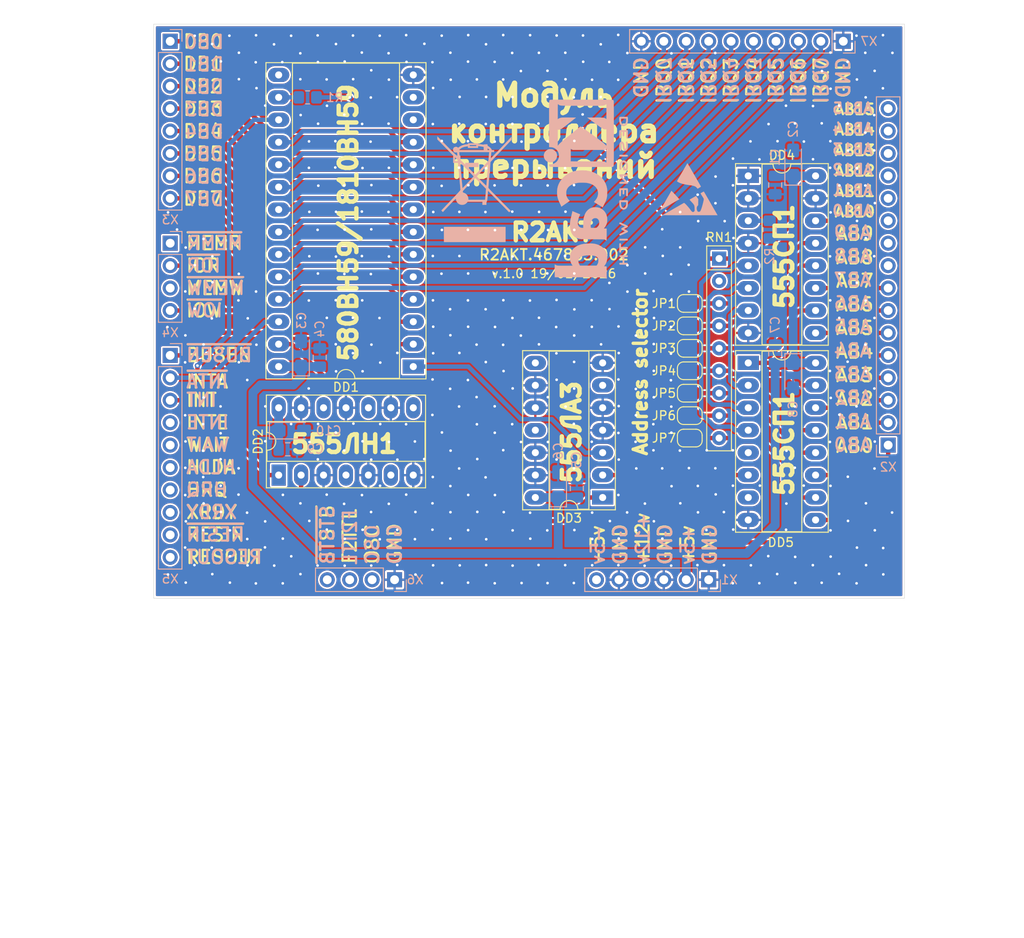
<source format=kicad_pcb>
(kicad_pcb (version 20240108) (generator "pcbnew") (generator_version "8.0")
  (title_block (title "Модуль контроллера прерываний") (date "2026-01-19") (company "R2AKT") (comment 1 "R2AKT.467863.002") (comment 2 "R2AKT"))
  (layers (0 "F.Cu" signal) (31 "B.Cu" signal) (34 "B.Paste" user) (35 "F.Paste" user) (36 "B.SilkS" user "B.Silkscreen") (37 "F.SilkS" user "F.Silkscreen") (38 "B.Mask" user) (39 "F.Mask" user) (44 "Edge.Cuts" user))
  (net 0 "")
  (net 1 "GND")
  (net 2 "+5")
  (net 3 "/DB3")
  (net 4 "/DB4")
  (net 5 "/DB5")
  (net 6 "/DB6")
  (net 7 "/DB0")
  (net 8 "/DB2")
  (net 9 "/DB1")
  (net 10 "/DB7")
  (net 11 "/~{IOW}")
  (net 12 "/~{IOR}")
  (net 13 "/AB0")
  (net 14 "-5")
  (net 15 "+12")
  (net 16 "/AB10")
  (net 17 "/AB4")
  (net 18 "/AB7")
  (net 19 "/AB3")
  (net 20 "/AB1")
  (net 21 "/AB11")
  (net 22 "/AB9")
  (net 23 "/AB8")
  (net 24 "/AB15")
  (net 25 "/AB14")
  (net 26 "/AB2")
  (net 27 "/AB6")
  (net 28 "/AB12")
  (net 29 "/AB5")
  (net 30 "/AB13")
  (net 31 "/~{MEMR}")
  (net 32 "/~{MEMW}")
  (net 33 "/WAIT")
  (net 34 "/INTE")
  (net 35 "/~{BUSEN}")
  (net 36 "/~{RESIN}")
  (net 37 "/RESOUT")
  (net 38 "/~{INTA}")
  (net 39 "/INT")
  (net 40 "/HLDA")
  (net 41 "/HRQ")
  (net 42 "/XRDY")
  (net 43 "/Single_OSC_TTL")
  (net 44 "/Single_BCLK")
  (net 45 "/~{STSTB}")
  (net 46 "Net-(DD1-~{CS})")
  (net 51 "Net-(DD2-Pad2)")
  (net 60 "/PIC_CS")
  (net 61 "Net-(DD4-Ia=b)")
  (net 62 "Net-(DD4-Oa>b)")
  (net 63 "Net-(DD4-A0)")
  (net 64 "Net-(DD4-A1)")
  (net 65 "Net-(DD4-Oa=b)")
  (net 66 "/IRQ0")
  (net 67 "/IRQ1")
  (net 68 "/IRQ2")
  (net 69 "/IRQ3")
  (net 70 "/IRQ4")
  (net 71 "/IRQ5")
  (net 72 "/IRQ6")
  (net 73 "/IRQ7")
  (net 74 "Net-(DD4-A2)")
  (net 75 "Net-(DD4-Oa<b)")
  (net 77 "Net-(DD5-A0)")
  (net 78 "Net-(DD5-A2)")
  (net 79 "Net-(DD5-A3)")
  (net 81 "Net-(DD5-A1)")
  (net 82 "Net-(DD1-~{SP}{slash}~{EN})")
  (footprint "Package_DIP:DIP-16_W7.62mm_Socket_LongPads" (layer "F.Cu") (at 134.7216 125.028171)
    (property "Reference" "DD5")
    (property "Value" "555СП1 (74LS85)")
  )
  (footprint "Jumper:SolderJumper-2_P1.3mm_Open_RoundedPad1.0x1.5mm" (layer "F.Cu") (at 128.1026 133.537171)
    (property "Reference" "JP7")
    (property "Value" "~{A1}")
  )
  (footprint "Jumper:SolderJumper-2_P1.3mm_Open_RoundedPad1.0x1.5mm" (layer "F.Cu") (at 128.1026 128.457171)
    (property "Reference" "JP5")
    (property "Value" "~{A3}")
  )
  (footprint "Jumper:SolderJumper-2_P1.3mm_Open_RoundedPad1.0x1.5mm" (layer "F.Cu") (at 128.1026 123.377171)
    (property "Reference" "JP3")
    (property "Value" "~{A5}")
  )
  (footprint "Package_DIP:DIP-14_W7.62mm_Socket_LongPads" (layer "F.Cu") (at 118.237 140.268171 180)
    (property "Reference" "DD3")
    (property "Value" "К555ЛА3 (74LS00)")
  )
  (footprint "Jumper:SolderJumper-2_P1.3mm_Open_RoundedPad1.0x1.5mm" (layer "F.Cu") (at 128.1026 118.297171)
    (property "Reference" "JP1")
    (property "Value" "~{A7}")
  )
  (footprint "Jumper:SolderJumper-2_P1.3mm_Open_RoundedPad1.0x1.5mm" (layer "F.Cu") (at 128.1026 130.997171)
    (property "Reference" "JP6")
    (property "Value" "~{A2}")
  )
  (footprint "Jumper:SolderJumper-2_P1.3mm_Open_RoundedPad1.0x1.5mm" (layer "F.Cu") (at 128.1026 120.837171)
    (property "Reference" "JP2")
    (property "Value" "~{A6}")
  )
  (footprint "Resistor_THT:R_Array_SIP9" (layer "F.Cu") (at 131.4196 113.217171 -90)
    (property "Reference" "RN1")
    (property "Value" "1k")
  )
  (footprint "Package_DIP:DIP-28_W15.24mm_Socket_LongPads" (layer "F.Cu") (at 96.7994 125.446671 180)
    (property "Reference" "DD1")
    (property "Value" "580ВН59 (8259)")
  )
  (footprint "Package_DIP:DIP-16_W7.62mm_Socket_LongPads" (layer "F.Cu") (at 134.7216 103.856671)
    (property "Reference" "DD4")
    (property "Value" "555СП1 (74LS85)")
  )
  (footprint "Jumper:SolderJumper-2_P1.3mm_Open_RoundedPad1.0x1.5mm" (layer "F.Cu") (at 128.1026 125.917171)
    (property "Reference" "JP4")
    (property "Value" "~{A4}")
  )
  (footprint "Package_DIP:DIP-14_W7.62mm_Socket_LongPads" (layer "F.Cu") (at 81.5594 137.728171 90)
    (property "Reference" "DD2")
    (property "Value" "555ЛН1 (74LS04)")
  )
  (footprint "Connector_PinHeader_2.54mm:PinHeader_1x16_P2.54mm_Vertical" (layer "B.Cu") (at 150.5616 134.336671)
    (property "Reference" "X2")
    (property "Value" "Address")
  )
  (footprint "Capacitor_SMD:C_0805_2012Metric_Pad1.18x1.45mm_HandSolder" (layer "B.Cu") (at 86.2076 124.409171 90)
    (property "Reference" "C4")
    (property "Value" "100n")
  )
  (footprint "Connector_PinHeader_2.54mm:PinHeader_1x08_P2.54mm_Vertical" (layer "B.Cu") (at 69.2816 88.616671 180)
    (property "Reference" "X3")
    (property "Value" "Data")
  )
  (footprint "Capacitor_Tantalum_SMD:CP_EIA-3216-18_Kemet-A_Pad1.58x1.35mm_HandSolder" (layer "B.Cu") (at 84.0994 124.009171 90)
    (property "Reference" "C3")
    (property "Value" "1u")
  )
  (footprint "Connector_PinHeader_2.54mm:PinHeader_1x10_P2.54mm_Vertical" (layer "B.Cu") (at 69.2816 124.176671 180)
    (property "Reference" "X5")
    (property "Value" "Control")
  )
  (footprint "Capacitor_SMD:C_0805_2012Metric_Pad1.18x1.45mm_HandSolder" (layer "B.Cu") (at 115.316 139.230671 90)
    (property "Reference" "C5")
    (property "Value" "100n")
  )
  (footprint "Capacitor_SMD:C_0805_2012Metric_Pad1.18x1.45mm_HandSolder" (layer "B.Cu") (at 137.7696 123.990671 90)
    (property "Reference" "C7")
    (property "Value" "100n")
  )
  (footprint "Connector_PinHeader_2.54mm:PinHeader_1x06_P2.54mm_Vertical" (layer "B.Cu") (at 130.2416 149.576671 90)
    (property "Reference" "X1")
    (property "Value" "Power")
  )
  (footprint "Capacitor_Tantalum_SMD:CP_EIA-3216-18_Kemet-A_Pad1.58x1.35mm_HandSolder" (layer "B.Cu") (at 139.8016 126.465671 -90)
    (property "Reference" "C8")
    (property "Value" "1u")
  )
  (footprint "Symbol:WEEE-Logo_8.4x12mm_SilkScreen" (layer "B.Cu") (at 103.7336 105.368571 180)
    (property "Reference" "REF**" (hide yes))
    (property "Value" "WEEE-Logo_8.4x12mm_SilkScreen" (hide yes))
  )
  (footprint "Symbol:ESD-Logo_6.6x6mm_SilkScreen" (layer "B.Cu") (at 127.9906 105.348714 180)
    (property "Reference" "REF**" (hide yes))
    (property "Value" "ESD-Logo_6.6x6mm_SilkScreen" (hide yes))
  )
  (footprint "Capacitor_Tantalum_SMD:CP_EIA-3216-18_Kemet-A_Pad1.58x1.35mm_HandSolder" (layer "B.Cu") (at 113.2078 138.830671 90)
    (property "Reference" "C6")
    (property "Value" "1u")
  )
  (footprint "Connector_PinHeader_2.54mm:PinHeader_1x04_P2.54mm_Vertical" (layer "B.Cu") (at 94.6816 149.576671 90)
    (property "Reference" "X6")
    (property "Value" "Clock")
  )
  (footprint "Capacitor_SMD:C_0805_2012Metric_Pad1.18x1.45mm_HandSolder" (layer "B.Cu") (at 137.7696 104.894171 -90)
    (property "Reference" "C1")
    (property "Value" "100n")
  )
  (footprint "Capacitor_Tantalum_SMD:CP_EIA-3216-18_Kemet-A_Pad1.58x1.35mm_HandSolder" (layer "B.Cu") (at 139.8016 102.419171 90)
    (property "Reference" "C2")
    (property "Value" "1u")
  )
  (footprint "Resistor_SMD:R_0805_2012Metric_Pad1.20x1.40mm_HandSolder" (layer "B.Cu") (at 84.836 94.966671)
    (property "Reference" "R1")
    (property "Value" "1k")
  )
  (footprint "Capacitor_SMD:C_0805_2012Metric_Pad1.18x1.45mm_HandSolder" (layer "B.Cu") (at 82.5969 134.807171)
    (property "Reference" "C9")
    (property "Value" "100n")
  )
  (footprint "Capacitor_Tantalum_SMD:CP_EIA-3216-18_Kemet-A_Pad1.58x1.35mm_HandSolder" (layer "B.Cu") (at 82.9969 132.698971)
    (property "Reference" "C10")
    (property "Value" "1u")
  )
  (footprint "Connector_PinHeader_2.54mm:PinHeader_1x04_P2.54mm_Vertical" (layer "B.Cu") (at 69.2816 111.476671 180)
    (property "Reference" "X4")
    (property "Value" "Mode")
  )
  (footprint "Symbol:KiCad-Logo2_8mm_SilkScreen" (layer "B.Cu") (at 115.513013 105.354309 -90)
    (property "Reference" "REF**" (hide yes))
    (property "Value" "KiCad-Logo2_8mm_SilkScreen" (hide yes))
  )
  (footprint "Connector_PinHeader_2.54mm:PinHeader_1x10_P2.54mm_Vertical" (layer "B.Cu") (at 145.4816 88.616671 90)
    (property "Reference" "X7")
    (property "Value" "Conn_01x10")
  )
  (footprint "Resistor_SMD:R_0805_2012Metric_Pad1.20x1.40mm_HandSolder" (layer "B.Cu") (at 137.1346 109.936671 -90)
    (property "Reference" "R2")
    (property "Value" "1k")
  )
  (gr_rect (start 67.4116 86.674171) (end 152.4116 151.674171) (stroke (width 0.05)) (fill none) (layer "Edge.Cuts"))
  (gr_text "IRQ1" (at 140.3604 93.015399 -90) (layer "B.SilkS") (effects (font (size 1.5 1.5) (thickness 0.25) (bold yes)) (justify mirror)))
  (gr_text "AB2" (at 146.5326 128.965171 0) (layer "B.SilkS") (effects (font (size 1.5 1.5) (thickness 0.25) (bold yes)) (justify mirror)))
  (gr_text "~{IOW}" (at 73.1974 119.084571 0) (layer "B.SilkS") (effects (font (size 1.5 1.5) (thickness 0.25) (bold yes)) (justify mirror)))
  (gr_text "DB1" (at 73.1266 91.246171 0) (layer "B.SilkS") (effects (font (size 1.5 1.5) (thickness 0.25) (bold yes)) (justify mirror)))
  (gr_text "+5v" (at 127.8636 145.6736 90) (layer "B.SilkS") (effects (font (size 1.5 1.5) (thickness 0.25) (bold yes)) (justify mirror)))
  (gr_text "IRQ3" (at 135.2804 93.015399 -90) (layer "B.SilkS") (effects (font (size 1.5 1.5) (thickness 0.25) (bold yes)) (justify mirror)))
  (gr_text "AB11" (at 146.5326 105.473371 0) (layer "B.SilkS") (effects (font (size 1.2 1.2) (thickness 0.25) (bold yes)) (justify mirror)))
  (gr_text "AB6" (at 146.5326 118.290371 0) (layer "B.SilkS") (effects (font (size 1.5 1.5) (thickness 0.25) (bold yes)) (justify mirror)))
  (gr_text "IRQ7" (at 125.1204 93.015399 -90) (layer "B.SilkS") (effects (font (size 1.5 1.5) (thickness 0.25) (bold yes)) (justify mirror)))
  (gr_text "AB14" (at 146.5326 98.520271 0) (layer "B.SilkS") (effects (font (size 1.2 1.2) (thickness 0.25) (bold yes)) (justify mirror)))
  (gr_text "AB10" (at 146.5326 107.791071 0) (layer "B.SilkS") (effects (font (size 1.2 1.2) (thickness 0.25) (bold yes)) (justify mirror)))
  (gr_text "AB0" (at 146.5326 134.302571 0) (layer "B.SilkS") (effects (font (size 1.5 1.5) (thickness 0.25) (bold yes)) (justify mirror)))
  (gr_text "RESOUT" (at 75.400457 146.999171 0) (layer "B.SilkS") (effects (font (size 1.5 1.5) (thickness 0.25) (bold yes)) (justify mirror)))
  (gr_text "AB12" (at 146.5326 103.155671 0) (layer "B.SilkS") (effects (font (size 1.2 1.2) (thickness 0.25) (bold yes)) (justify mirror)))
  (gr_text "AB9" (at 146.5326 110.284271 0) (layer "B.SilkS") (effects (font (size 1.5 1.5) (thickness 0.25) (bold yes)) (justify mirror)))
  (gr_text "DB2" (at 73.1266 93.786171 0) (layer "B.SilkS") (effects (font (size 1.5 1.5) (thickness 0.25) (bold yes)) (justify mirror)))
  (gr_text "AB13" (at 146.5326 100.837971 0) (layer "B.SilkS") (effects (font (size 1.2 1.2) (thickness 0.25) (bold yes)) (justify mirror)))
  (gr_text "IRQ5" (at 130.2004 93.015399 -90) (layer "B.SilkS") (effects (font (size 1.5 1.5) (thickness 0.25) (bold yes)) (justify mirror)))
  (gr_text "~{RESIN}" (at 74.400457 144.459171 0) (layer "B.SilkS") (effects (font (size 1.5 1.5) (thickness 0.25) (bold yes)) (justify mirror)))
  (gr_text "DB3" (at 73.1266 96.326171 0) (layer "B.SilkS") (effects (font (size 1.5 1.5) (thickness 0.25) (bold yes)) (justify mirror)))
  (gr_text "DB7" (at 73.1266 106.486171 0) (layer "B.SilkS") (effects (font (size 1.5 1.5) (thickness 0.25) (bold yes)) (justify mirror)))
  (gr_text "INT" (at 72.829029 129.219171 0) (layer "B.SilkS") (effects (font (size 1.5 1.5) (thickness 0.25) (bold yes)) (justify mirror)))
  (gr_text "AB5" (at 146.5326 120.959071 0) (layer "B.SilkS") (effects (font (size 1.5 1.5) (thickness 0.25) (bold yes)) (justify mirror)))
  (gr_text "GND" (at 130.3786 145.602171 90) (layer "B.SilkS") (effects (font (size 1.5 1.5) (thickness 0.25) (bold yes)) (justify mirror)))
  (gr_text "-5v" (at 117.7036 145.6736 90) (layer "B.SilkS") (effects (font (size 1.5 1.5) (thickness 0.25) (bold yes)) (justify mirror)))
  (gr_text "IRQ4" (at 132.7404 93.015399 -90) (layer "B.SilkS") (effects (font (size 1.5 1.5) (thickness 0.25) (bold yes)) (justify mirror)))
  (gr_text "OSC" (at 92.1766 145.602171 90) (layer "B.SilkS") (effects (font (size 1.5 1.5) (thickness 0.25) (bold yes)) (justify mirror)))
  (gr_text "F2TTL" (at 89.6366 144.745029 90) (layer "B.SilkS") (effects (font (size 1.5 1.5) (thickness 0.25) (bold yes)) (justify mirror)))
  (gr_text "~{INTA}" (at 73.471886 127.137871 0) (layer "B.SilkS") (effects (font (size 1.5 1.5) (thickness 0.25) (bold yes)) (justify mirror)))
  (gr_text "INTE" (at 73.5076 131.759171 0) (layer "B.SilkS") (effects (font (size 1.5 1.5) (thickness 0.25) (bold yes)) (justify mirror)))
  (gr_text "~{STSTB}" (at 87.0966 144.530743 90) (layer "B.SilkS") (effects (font (size 1.5 1.5) (thickness 0.25) (bold yes)) (justify mirror)))
  (gr_text "IRQ2" (at 137.8204 93.015399 -90) (layer "B.SilkS") (effects (font (size 1.5 1.5) (thickness 0.25) (bold yes)) (justify mirror)))
  (gr_text "DB6" (at 73.1266 103.946171 0) (layer "B.SilkS") (effects (font (size 1.5 1.5) (thickness 0.25) (bold yes)) (justify mirror)))
  (gr_text "~{MEMR}" (at 74.340257 111.464571 -0) (layer "B.SilkS") (effects (font (size 1.5 1.5) (thickness 0.25) (bold yes)) (justify mirror)))
  (gr_text "IRQ0" (at 142.9004 93.015399 -90) (layer "B.SilkS") (effects (font (size 1.5 1.5) (thickness 0.25) (bold yes)) (justify mirror)))
  (gr_text "AB1" (at 146.5326 131.633871 0) (layer "B.SilkS") (effects (font (size 1.5 1.5) (thickness 0.25) (bold yes)) (justify mirror)))
  (gr_text "DB4" (at 73.1266 98.866171 0) (layer "B.SilkS") (effects (font (size 1.5 1.5) (thickness 0.25) (bold yes)) (justify mirror)))
  (gr_text "AB15" (at 146.5326 96.202571 0) (layer "B.SilkS") (effects (font (size 1.2 1.2) (thickness 0.25) (bold yes)) (justify mirror)))
  (gr_text "HRQ" (at 73.436172 139.379171 0) (layer "B.SilkS") (effects (font (size 1.5 1.5) (thickness 0.25) (bold yes)) (justify mirror)))
  (gr_text "AB8" (at 146.5326 112.952971 0) (layer "B.SilkS") (effects (font (size 1.5 1.5) (thickness 0.25) (bold yes)) (justify mirror)))
  (gr_text "GND" (at 94.7166 145.566457 90) (layer "B.SilkS") (effects (font (size 1.5 1.5) (thickness 0.25) (bold yes)) (justify mirror)))
  (gr_text "GND" (at 122.6216 92.693971 90) (layer "B.SilkS") (effects (font (size 1.5 1.5) (thickness 0.25) (bold yes)) (justify mirror)))
  (gr_text "GND" (at 120.2436 145.602171 90) (layer "B.SilkS") (effects (font (size 1.5 1.5) (thickness 0.25) (bold yes)) (justify mirror)))
  (gr_text "DB0" (at 73.1266 88.706171 0) (layer "B.SilkS") (effects (font (size 1.5 1.5) (thickness 0.25) (bold yes)) (justify mirror)))
  (gr_text "AB3" (at 146.5326 126.296471 0) (layer "B.SilkS") (effects (font (size 1.5 1.5) (thickness 0.25) (bold yes)) (justify mirror)))
  (gr_text "GND" (at 125.3236 145.602171 90) (layer "B.SilkS") (effects (font (size 1.5 1.5) (thickness 0.25) (bold yes)) (justify mirror)))
  (gr_text "WAIT" (at 73.543314 134.299171 0) (layer "B.SilkS") (effects (font (size 1.5 1.5) (thickness 0.25) (bold yes)) (justify mirror)))
  (gr_text "HLDA" (at 73.900457 136.839171 0) (layer "B.SilkS") (effects (font (size 1.5 1.5) (thickness 0.25) (bold yes)) (justify mirror)))
  (gr_text "~{BUSEN}" (at 74.829029 124.139171 0) (layer "B.SilkS") (effects (font (size 1.5 1.5) (thickness 0.25) (bold yes)) (justify mirror)))
  (gr_text "DB5" (at 73.1266 101.406171 0) (layer "B.SilkS") (effects (font (size 1.5 1.5) (thickness 0.25) (bold yes)) (justify mirror)))
  (gr_text "IRQ6" (at 127.6604 93.015399 -90) (layer "B.SilkS") (effects (font (size 1.5 1.5) (thickness 0.25) (bold yes)) (justify mirror)))
  (gr_text "AB4" (at 146.5326 123.627771 0) (layer "B.SilkS") (effects (font (size 1.5 1.5) (thickness 0.25) (bold yes)) (justify mirror)))
  (gr_text "XRDY" (at 73.971885 141.919171 0) (layer "B.SilkS") (effects (font (size 1.5 1.5) (thickness 0.25) (bold yes)) (justify mirror)))
  (gr_text "~{MEMW}" (at 74.4474 116.544571 -0) (layer "B.SilkS") (effects (font (size 1.5 1.5) (thickness 0.25) (bold yes)) (justify mirror)))
  (gr_text "~{IOR}" (at 73.090257 114.004571 0) (layer "B.SilkS") (effects (font (size 1.5 1.5) (thickness 0.25) (bold yes)) (justify mirror)))
  (gr_text "+12v" (at 122.7836 144.959314 90) (layer "B.SilkS") (effects (font (size 1.5 1.5) (thickness 0.25) (bold yes)) (justify mirror)))
  (gr_text "GND" (at 145.4816 92.693971 90) (layer "B.SilkS") (effects (font (size 1.5 1.5) (thickness 0.25) (bold yes)) (justify mirror)))
  (gr_text "AB7" (at 146.5326 115.621671 0) (layer "B.SilkS") (effects (font (size 1.5 1.5) (thickness 0.25) (bold yes)) (justify mirror)))
  (gr_text "DB7" (at 72.9996 106.424171 -0) (layer "F.SilkS") (effects (font (size 1.5 1.5) (thickness 0.25) (bold yes))))
  (gr_text "GND" (at 122.6216 92.744771 90) (layer "F.SilkS") (effects (font (size 1.5 1.5) (thickness 0.25) (bold yes))))
  (gr_text "IRQ4" (at 135.3058 93.066199 90) (layer "F.SilkS") (effects (font (size 1.5 1.5) (thickness 0.25) (bold yes))))
  (gr_text "IRQ5" (at 137.8458 93.066199 90) (layer "F.SilkS") (effects (font (size 1.5 1.5) (thickness 0.25) (bold yes))))
  (gr_text "INT" (at 72.829029 129.229071 -0) (layer "F.SilkS") (effects (font (size 1.5 1.5) (thickness 0.25) (bold yes))))
  (gr_text "Модуль\nконтроллера\nпрерываний" (at 112.7252 104.250971 0) (layer "F.SilkS") (effects (font (size 2.5 2.5) (thickness 0.6) (bold yes)) (justify bottom)))
  (gr_text "OSC" (at 92.1416 145.520599 90) (layer "F.SilkS") (effects (font (size 1.5 1.5) (thickness 0.25) (bold yes))))
  (gr_text "IRQ2" (at 130.2258 93.066199 90) (layer "F.SilkS") (effects (font (size 1.5 1.5) (thickness 0.25) (bold yes))))
  (gr_text "XRDY" (at 73.971885 141.929071 -0) (layer "F.SilkS") (effects (font (size 1.5 1.5) (thickness 0.25) (bold yes))))
  (gr_text "AB8" (at 146.7866 113.076571 -0) (layer "F.SilkS") (effects (font (size 1.5 1.5) (thickness 0.25) (bold yes))))
  (gr_text "GND" (at 120.2182 145.551371 90) (layer "F.SilkS") (effects (font (size 1.5 1.5) (thickness 0.25) (bold yes))))
  (gr_text "GND" (at 125.2982 145.551371 90) (layer "F.SilkS") (effects (font (size 1.5 1.5) (thickness 0.25) (bold yes))))
  (gr_text "~{IOR}" (at 72.9996 114.016671 -0) (layer "F.SilkS") (effects (font (size 1.5 1.5) (thickness 0.25) (bold yes))))
  (gr_text "IRQ7" (at 142.9258 93.066199 90) (layer "F.SilkS") (effects (font (size 1.5 1.5) (thickness 0.25) (bold yes))))
  (gr_text "~{MEMW}" (at 74.356743 116.556671 0) (layer "F.SilkS") (effects (font (size 1.5 1.5) (thickness 0.25) (bold yes))))
  (gr_text "AB13" (at 146.7866 100.961571 -0) (layer "F.SilkS") (effects (font (size 1.2 1.2) (thickness 0.25) (bold yes))))
  (gr_text "555ЛА3" (at 115.8895 138.907457 90) (layer "F.SilkS") (effects (font (size 2 2) (thickness 0.5) (bold yes)) (justify left bottom)))
  (gr_text "AB0" (at 146.7866 134.426171 -0) (layer "F.SilkS") (effects (font (size 1.5 1.5) (thickness 0.25) (bold yes))))
  (gr_text "DB6" (at 72.9996 103.884171 -0) (layer "F.SilkS") (effects (font (size 1.5 1.5) (thickness 0.25) (bold yes))))
  (gr_text "AB4" (at 146.7866 123.751371 -0) (layer "F.SilkS") (effects (font (size 1.5 1.5) (thickness 0.25) (bold yes))))
  (gr_text "AB14" (at 146.7866 98.643871 -0) (layer "F.SilkS") (effects (font (size 1.2 1.2) (thickness 0.25) (bold yes))))
  (gr_text "INTE" (at 73.5076 131.769071 -0) (layer "F.SilkS") (effects (font (size 1.5 1.5) (thickness 0.25) (bold yes))))
  (gr_text "AB2" (at 146.7866 129.088771 -0) (layer "F.SilkS") (effects (font (size 1.5 1.5) (thickness 0.25) (bold yes))))
  (gr_text "R2AKT.467863.002" (at 112.7252 112.785371 0) (layer "F.SilkS") (effects (font (size 1.2 1.2) (thickness 0.2) (bold yes))))
  (gr_text "~{MEMR}" (at 74.2496 111.476671 0) (layer "F.SilkS") (effects (font (size 1.5 1.5) (thickness 0.25) (bold yes))))
  (gr_text "~{BUSEN}" (at 74.829029 124.149071 -0) (layer "F.SilkS") (effects (font (size 1.5 1.5) (thickness 0.25) (bold yes))))
  (gr_text "F2TTL" (at 89.6016 144.663457 90) (layer "F.SilkS") (effects (font (size 1.5 1.5) (thickness 0.25) (bold yes))))
  (gr_text "IRQ0" (at 125.1458 93.066199 90) (layer "F.SilkS") (effects (font (size 1.5 1.5) (thickness 0.25) (bold yes))))
  (gr_text "~{RESIN}" (at 74.400457 144.469071 -0) (layer "F.SilkS") (effects (font (size 1.5 1.5) (thickness 0.25) (bold yes))))
  (gr_text "AB1" (at 146.7866 131.757471 -0) (layer "F.SilkS") (effects (font (size 1.5 1.5) (thickness 0.25) (bold yes))))
  (gr_text "AB7" (at 146.7866 115.745271 -0) (layer "F.SilkS") (effects (font (size 1.5 1.5) (thickness 0.25) (bold yes))))
  (gr_text "IRQ3" (at 132.7658 93.066199 90) (layer "F.SilkS") (effects (font (size 1.5 1.5) (thickness 0.25) (bold yes))))
  (gr_text "AB11" (at 146.7866 105.596971 -0) (layer "F.SilkS") (effects (font (size 1.2 1.2) (thickness 0.25) (bold yes))))
  (gr_text "AB15" (at 146.7866 96.326171 -0) (layer "F.SilkS") (effects (font (size 1.2 1.2) (thickness 0.25) (bold yes))))
  (gr_text "AB5" (at 146.7866 121.082671 -0) (layer "F.SilkS") (effects (font (size 1.5 1.5) (thickness 0.25) (bold yes))))
  (gr_text "+12v" (at 122.7582 144.908514 90) (layer "F.SilkS") (effects (font (size 1.5 1.5) (thickness 0.25) (bold yes))))
  (gr_text "v.1.0 19/01/2026" (at 112.725201 114.918971 0) (layer "F.SilkS") (effects (font (size 1 1))))
  (gr_text "+5v" (at 127.8382 145.6228 90) (layer "F.SilkS") (effects (font (size 1.5 1.5) (thickness 0.25) (bold yes))))
  (gr_text "IRQ6" (at 140.3858 93.066199 90) (layer "F.SilkS") (effects (font (size 1.5 1.5) (thickness 0.25) (bold yes))))
  (gr_text "GND" (at 130.3532 145.551371 90) (layer "F.SilkS") (effects (font (size 1.5 1.5) (thickness 0.25) (bold yes))))
  (gr_text "580ВН59/1810ВН59" (at 90.6269 125.090719 90) (layer "F.SilkS") (effects (font (size 2 2) (thickness 0.5) (bold yes)) (justify left bottom)))
  (gr_text "Address selector" (at 123.3932 135.696171 90) (layer "F.SilkS") (effects (font (size 1.5 1.5) (thickness 0.375) (bold yes)) (justify left bottom)))
  (gr_text "AB10" (at 146.7866 107.914671 -0) (layer "F.SilkS") (effects (font (size 1.2 1.2) (thickness 0.25) (bold yes))))
  (gr_text "AB12" (at 146.7866 103.279271 -0) (layer "F.SilkS") (effects (font (size 1.2 1.2) (thickness 0.25) (bold yes))))
  (gr_text "DB5" (at 72.9996 101.344171 -0) (layer "F.SilkS") (effects (font (size 1.5 1.5) (thickness 0.25) (bold yes))))
  (gr_text "DB4" (at 72.9996 98.804171 -0) (layer "F.SilkS") (effects (font (size 1.5 1.5) (thickness 0.25) (bold yes))))
  (gr_text "DB1" (at 72.9996 91.184171 -0) (layer "F.SilkS") (effects (font (size 1.5 1.5) (thickness 0.25) (bold yes))))
  (gr_text "555СП1" (at 139.9741 119.163814 90) (layer "F.SilkS") (effects (font (size 2 2) (thickness 0.5) (bold yes)) (justify left bottom)))
  (gr_text "GND" (at 94.6816 145.484885 90) (layer "F.SilkS") (effects (font (size 1.5 1.5) (thickness 0.25) (bold yes))))
  (gr_text "~{IOW}" (at 73.106743 119.096671 -0) (layer "F.SilkS") (effects (font (size 1.5 1.5) (thickness 0.25) (bold yes))))
  (gr_text "DB2" (at 72.9996 93.724171 -0) (layer "F.SilkS") (effects (font (size 1.5 1.5) (thickness 0.25) (bold yes))))
  (gr_text "R2AKT" (at 107.603772 111.413771 0) (layer "F.SilkS") (effects (font (size 2 2) (thickness 0.5) (bold yes)) (justify left bottom)))
  (gr_text "555СП1" (at 139.9741 140.335314 90) (layer "F.SilkS") (effects (font (size 2 2) (thickness 0.5) (bold yes)) (justify left bottom)))
  (gr_text "RESOUT" (at 75.400457 147.009071 -0) (layer "F.SilkS") (effects (font (size 1.5 1.5) (thickness 0.25) (bold yes))))
  (gr_text "AB9" (at 146.7866 110.407871 -0) (layer "F.SilkS") (effects (font (size 1.5 1.5) (thickness 0.25) (bold yes))))
  (gr_text "DB0" (at 72.9996 88.644171 -0) (layer "F.SilkS") (effects (font (size 1.5 1.5) (thickness 0.25) (bold yes))))
  (gr_text "DB3" (at 72.9996 96.264171 -0) (layer "F.SilkS") (effects (font (size 1.5 1.5) (thickness 0.25) (bold yes))))
  (gr_text "AB3" (at 146.7866 126.420071 -0) (layer "F.SilkS") (effects (font (size 1.5 1.5) (thickness 0.25) (bold yes))))
  (gr_text "555ЛН1" (at 82.729638 135.380671 0) (layer "F.SilkS") (effects (font (size 2 2) (thickness 0.5) (bold yes)) (justify left bottom)))
  (gr_text "~{INTA}" (at 73.471886 127.147771 -0) (layer "F.SilkS") (effects (font (size 1.5 1.5) (thickness 0.25) (bold yes))))
  (gr_text "HRQ" (at 73.436172 139.389071 -0) (layer "F.SilkS") (effects (font (size 1.5 1.5) (thickness 0.25) (bold yes))))
  (gr_text "AB6" (at 146.7866 118.413971 -0) (layer "F.SilkS") (effects (font (size 1.5 1.5) (thickness 0.25) (bold yes))))
  (gr_text "GND" (at 145.4816 92.744771 90) (layer "F.SilkS") (effects (font (size 1.5 1.5) (thickness 0.25) (bold yes))))
  (gr_text "HLDA" (at 73.900457 136.849071 -0) (layer "F.SilkS") (effects (font (size 1.5 1.5) (thickness 0.25) (bold yes))))
  (gr_text "~{STSTB}" (at 87.0616 144.449171 90) (layer "F.SilkS") (effects (font (size 1.5 1.5) (thickness 0.25) (bold yes))))
  (gr_text "WAIT" (at 73.543314 134.309071 -0) (layer "F.SilkS") (effects (font (size 1.5 1.5) (thickness 0.25) (bold yes))))
  (gr_text "IRQ1" (at 127.6858 93.066199 90) (layer "F.SilkS") (effects (font (size 1.5 1.5) (thickness 0.25) (bold yes))))
  (gr_text "-5v" (at 117.6782 145.6228 90) (layer "F.SilkS") (effects (font (size 1.5 1.5) (thickness 0.25) (bold yes))))
  (via (at 119.997854 92.979803) (size 0.6) (drill 0.3) (layers "F.Cu" "B.Cu") (net 1))
  (via (at 141.047483 93.930822) (size 0.6) (drill 0.3) (layers "F.Cu" "B.Cu") (net 1))
  (via (at 74.986984 132.991825) (size 0.6) (drill 0.3) (layers "F.Cu" "B.Cu") (net 1))
  (via (at 121.038731 113.968877) (size 0.6) (drill 0.3) (layers "F.Cu" "B.Cu") (net 1))
  (via (at 111.997804 149.953667) (size 0.6) (drill 0.3) (layers "F.Cu" "B.Cu") (net 1))
  (via (at 107.994547 89.939351) (size 0.6) (drill 0.3) (layers "F.Cu" "B.Cu") (net 1))
  (via (at 139.044966 134.970553) (size 0.6) (drill 0.3) (layers "F.Cu" "B.Cu") (net 1))
  (via (at 101.035855 92.971257) (size 0.6) (drill 0.3) (layers "F.Cu" "B.Cu") (net 1))
  (via (at 71.040848 149.90094) (size 0.6) (drill 0.3) (layers "F.Cu" "B.Cu") (net 1))
  (via (at 85.034721 107.930014) (size 0.6) (drill 0.3) (layers "F.Cu" "B.Cu") (net 1))
  (via (at 103.012124 114.906342) (size 0.6) (drill 0.3) (layers "F.Cu" "B.Cu") (net 1))
  (via (at 101.007913 141.927595) (size 0.6) (drill 0.3) (layers "F.Cu" "B.Cu") (net 1))
  (via (at 143.979377 112.962762) (size 0.6) (drill 0.3) (layers "F.Cu" "B.Cu") (net 1))
  (via (at 98.055167 88.903993) (size 0.6) (drill 0.3) (layers "F.Cu" "B.Cu") (net 1))
  (via (at 102.003451 97.95526) (size 0.6) (drill 0.3) (layers "F.Cu" "B.Cu") (net 1))
  (via (at 99.044073 147.941846) (size 0.6) (drill 0.3) (layers "F.Cu" "B.Cu") (net 1))
  (via (at 108.023316 94.932702) (size 0.6) (drill 0.3) (layers "F.Cu" "B.Cu") (net 1))
  (via (at 94.042633 133.970024) (size 0.6) (drill 0.3) (layers "F.Cu" "B.Cu") (net 1))
  (via (at 74.995567 138.930981) (size 0.6) (drill 0.3) (layers "F.Cu" "B.Cu") (net 1))
  (via (at 94.029847 140.982288) (size 0.6) (drill 0.3) (layers "F.Cu" "B.Cu") (net 1))
  (via (at 106.001178 104.929438) (size 0.6) (drill 0.3) (layers "F.Cu" "B.Cu") (net 1))
  (via (at 85.031325 142.915243) (size 0.6) (drill 0.3) (layers "F.Cu" "B.Cu") (net 1))
  (via (at 88.047037 88.928678) (size 0.6) (drill 0.3) (layers "F.Cu" "B.Cu") (net 1))
  (via (at 105.008524 124.931659) (size 0.6) (drill 0.3) (layers "F.Cu" "B.Cu") (net 1))
  (via (at 132.985592 134.920407) (size 0.6) (drill 0.3) (layers "F.Cu" "B.Cu") (net 1))
  (via (at 105.044738 102.990884) (size 0.6) (drill 0.3) (layers "F.Cu" "B.Cu") (net 1))
  (via (at 78.978567 149.993254) (size 0.6) (drill 0.3) (layers "F.Cu" "B.Cu") (net 1))
  (via (at 113.028493 87.960853) (size 0.6) (drill 0.3) (layers "F.Cu" "B.Cu") (net 1))
  (via (at 92.036972 135.977882) (size 0.6) (drill 0.3) (layers "F.Cu" "B.Cu") (net 1))
  (via (at 77.015174 139.93905) (size 0.6) (drill 0.3) (layers "F.Cu" "B.Cu") (net 1))
  (via (at 85.031475 112.953904) (size 0.6) (drill 0.3) (layers "F.Cu" "B.Cu") (net 1))
  (via (at 89.971964 87.967194) (size 0.6) (drill 0.3) (layers "F.Cu" "B.Cu") (net 1))
  (via (at 109.017772 109.960212) (size 0.6) (drill 0.3) (layers "F.Cu" "B.Cu") (net 1))
  (via (at 148.045516 140.922436) (size 0.6) (drill 0.3) (layers "F.Cu" "B.Cu") (net 1))
  (via (at 140.00889 97.918063) (size 0.6) (drill 0.3) (layers "F.Cu" "B.Cu") (net 1))
  (via (at 78.061881 119.982393) (size 0.6) (drill 0.3) (layers "F.Cu" "B.Cu") (net 1))
  (via (at 111.969775 94.901791) (size 0.6) (drill 0.3) (layers "F.Cu" "B.Cu") (net 1))
  (via (at 121.999997 121.934292) (size 0.6) (drill 0.3) (layers "F.Cu" "B.Cu") (net 1))
  (via (at 94.037187 102.945452) (size 0.6) (drill 0.3) (layers "F.Cu" "B.Cu") (net 1))
  (via (at 118.060766 122.92677) (size 0.6) (drill 0.3) (layers "F.Cu" "B.Cu") (net 1))
  (via (at 91.059687 125.974809) (size 0.6) (drill 0.3) (layers "F.Cu" "B.Cu") (net 1))
  (via (at 86.024053 97.949847) (size 0.6) (drill 0.3) (layers "F.Cu" "B.Cu") (net 1))
  (via (at 108.043859 102.962513) (size 0.6) (drill 0.3) (layers "F.Cu" "B.Cu") (net 1))
  (via (at 111.969198 114.895737) (size 0.6) (drill 0.3) (layers "F.Cu" "B.Cu") (net 1))
  (via (at 99.01135 97.989564) (size 0.6) (drill 0.3) (layers "F.Cu" "B.Cu") (net 1))
  (via (at 149.973845 87.92247) (size 0.6) (drill 0.3) (layers "F.Cu" "B.Cu") (net 1))
  (via (at 108.023269 119.942899) (size 0.6) (drill 0.3) (layers "F.Cu" "B.Cu") (net 1))
  (via (at 98.973023 140.924524) (size 0.6) (drill 0.3) (layers "F.Cu" "B.Cu") (net 1))
  (via (at 101.992317 136.979062) (size 0.6) (drill 0.3) (layers "F.Cu" "B.Cu") (net 1))
  (via (at 75.017863 90.895837) (size 0.6) (drill 0.3) (layers "F.Cu" "B.Cu") (net 1))
  (via (at 84.025561 148.938252) (size 0.6) (drill 0.3) (layers "F.Cu" "B.Cu") (net 1))
  (via (at 88.021681 117.929154) (size 0.6) (drill 0.3) (layers "F.Cu" "B.Cu") (net 1))
  (via (at 102.061495 147.948922) (size 0.6) (drill 0.3) (layers "F.Cu" "B.Cu") (net 1))
  (via (at 95.99702 139.939068) (size 0.6) (drill 0.3) (layers "F.Cu" "B.Cu") (net 1))
  (via (at 108.01866 97.972223) (size 0.6) (drill 0.3) (layers "F.Cu" "B.Cu") (net 1))
  (via (at 100.992583 144.918661) (size 0.6) (drill 0.3) (layers "F.Cu" "B.Cu") (net 1))
  (via (at 108.981265 91.985126) (size 0.6) (drill 0.3) (layers "F.Cu" "B.Cu") (net 1))
  (via (at 145.043508 114.93919) (size 0.6) (drill 0.3) (layers "F.Cu" "B.Cu") (net 1))
  (via (at 82.969027 87.992215) (size 0.6) (drill 0.3) (layers "F.Cu" "B.Cu") (net 1))
  (via (at 103.020904 87.918483) (size 0.6) (drill 0.3) (layers "F.Cu" "B.Cu") (net 1))
  (via (at 88.056681 107.924316) (size 0.6) (drill 0.3) (layers "F.Cu" "B.Cu") (net 1))
  (via (at 129.989407 143.94939) (size 0.6) (drill 0.3) (layers "F.Cu" "B.Cu") (net 1))
  (via (at 105.96625 114.915267) (size 0.6) (drill 0.3) (layers "F.Cu" "B.Cu") (net 1))
  (via (at 111.992197 91.955797) (size 0.6) (drill 0.3) (layers "F.Cu" "B.Cu") (net 1))
  (via (at 119.012658 118.940045) (size 0.6) (drill 0.3) (layers "F.Cu" "B.Cu") (net 1))
  (via (at 94.041428 92.960155) (size 0.6) (drill 0.3) (layers "F.Cu" "B.Cu") (net 1))
  (via (at 110.979909 147.9085) (size 0.6) (drill 0.3) (layers "F.Cu" "B.Cu") (net 1))
  (via (at 104.000201 131.975506) (size 0.6) (drill 0.3) (layers "F.Cu" "B.Cu") (net 1))
  (via (at 126.015441 132.923419) (size 0.6) (drill 0.3) (layers "F.Cu" "B.Cu") (net 1))
  (via (at 89.044826 144.940301) (size 0.6) (drill 0.3) (layers "F.Cu" "B.Cu") (net 1))
  (via (at 82.030365 144.918553) (size 0.6) (drill 0.3) (layers "F.Cu" "B.Cu") (net 1))
  (via (at 120.052693 129.915973) (size 0.6) (drill 0.3) (layers "F.Cu" "B.Cu") (net 1))
  (via (at 124.025871 125.930268) (size 0.6) (drill 0.3) (layers "F.Cu" "B.Cu") (net 1))
  (via (at 127.976196 113.925092) (size 0.6) (drill 0.3) (layers "F.Cu" "B.Cu") (net 1))
  (via (at 111.00309 112.966212) (size 0.6) (drill 0.3) (layers "F.Cu" "B.Cu") (net 1))
  (via (at 103.965517 128.895933) (size 0.6) (drill 0.3) (layers "F.Cu" "B.Cu") (net 1))
  (via (at 106.010218 90.948831) (size 0.6) (drill 0.3) (layers "F.Cu" "B.Cu") (net 1))
  (via (at 148.996986 127.926876) (size 0.6) (drill 0.3) (layers "F.Cu" "B.Cu") (net 1))
  (via (at 117.047248 141.977617) (size 0.6) (drill 0.3) (layers "F.Cu" "B.Cu") (net 1))
  (via (at 147.982137 98.954187) (size 0.6) (drill 0.3) (layers "F.Cu" "B.Cu") (net 1))
  (via (at 126.015695 117.901106) (size 0.6) (drill 0.3) (layers "F.Cu" "B.Cu") (net 1))
  (via (at 120.060019 123.911419) (size 0.6) (drill 0.3) (layers "F.Cu" "B.Cu") (net 1))
  (via (at 116.993625 117.93206) (size 0.6) (drill 0.3) (layers "F.Cu" "B.Cu") (net 1))
  (via (at 85.966635 109.965506) (size 0.6) (drill 0.3) (layers "F.Cu" "B.Cu") (net 1))
  (via (at 148.98209 100.970307) (size 0.6) (drill 0.3) (layers "F.Cu" "B.Cu") (net 1))
  (via (at 116.035238 90.936119) (size 0.6) (drill 0.3) (layers "F.Cu" "B.Cu") (net 1))
  (via (at 98.969953 143.909412) (size 0.6) (drill 0.3) (layers "F.Cu" "B.Cu") (net 1))
  (via (at 100.968643 118.950843) (size 0.6) (drill 0.3) (layers "F.Cu" "B.Cu") (net 1))
  (via (at 138.999317 143.914163) (size 0.6) (drill 0.3) (layers "F.Cu" "B.Cu") (net 1))
  (via (at 91.049679 102.966289) (size 0.6) (drill 0.3) (layers "F.Cu" "B.Cu") (net 1))
  (via (at 81.966431 90.974912) (size 0.6) (drill 0.3) (layers "F.Cu" "B.Cu") (net 1))
  (via (at 102.995817 90.919466) (size 0.6) (drill 0.3) (layers "F.Cu" "B.Cu") (net 1))
  (via (at 100.011101 104.986896) (size 0.6) (drill 0.3) (layers "F.Cu" "B.Cu") (net 1))
  (via (at 81.034939 88.963699) (size 0.6) (drill 0.3) (layers "F.Cu" "B.Cu") (net 1))
  (via (at 73.059692 128.942182) (size 0.6) (drill 0.3) (layers "F.Cu" "B.Cu") (net 1))
  (via (at 122.023622 143.96775) (size 0.6) (drill 0.3) (layers "F.Cu" "B.Cu") (net 1))
  (via (at 91.057434 133.901677) (size 0.6) (drill 0.3) (layers "F.Cu" "B.Cu") (net 1))
  (via (at 144.045755 107.989082) (size 0.6) (drill 0.3) (layers "F.Cu" "B.Cu") (net 1))
  (via (at 115.038003 143.94906) (size 0.6) (drill 0.3) (layers "F.Cu" "B.Cu") (net 1))
  (via (at 80.03187 142.969195) (size 0.6) (drill 0.3) (layers "F.Cu" "B.Cu") (net 1))
  (via (at 102.018351 107.930382) (size 0.6) (drill 0.3) (layers "F.Cu" "B.Cu") (net 1))
  (via (at 133.018728 143.894689) (size 0.6) (drill 0.3) (layers "F.Cu" "B.Cu") (net 1))
  (via (at 143.040545 97.90313) (size 0.6) (drill 0.3) (layers "F.Cu" "B.Cu") (net 1))
  (via (at 71.032753 111.96666) (size 0.6) (drill 0.3) (layers "F.Cu" "B.Cu") (net 1))
  (via (at 151.003453 141.967537) (size 0.6) (drill 0.3) (layers "F.Cu" "B.Cu") (net 1))
  (via (at 123.050784 111.941357) (size 0.6) (drill 0.3) (layers "F.Cu" "B.Cu") (net 1))
  (via (at 149.009884 119.939896) (size 0.6) (drill 0.3) (layers "F.Cu" "B.Cu") (net 1))
  (via (at 105.033254 88.955072) (size 0.6) (drill 0.3) (layers "F.Cu" "B.Cu") (net 1))
  (via (at 69.031889 148.984868) (size 0.6) (drill 0.3) (layers "F.Cu" "B.Cu") (net 1))
  (via (at 89.030413 109.930528) (size 0.6) (drill 0.3) (layers "F.Cu" "B.Cu") (net 1))
  (via (at 115.007145 124.915393) (size 0.6) (drill 0.3) (layers "F.Cu" "B.Cu") (net 1))
  (via (at 113.994828 147.920165) (size 0.6) (drill 0.3) (layers "F.Cu" "B.Cu") (net 1))
  (via (at 108.978918 121.934585) (size 0.6) (drill 0.3) (layers "F.Cu" "B.Cu") (net 1))
  (via (at 145.007264 148.904853) (size 0.6) (drill 0.3) (layers "F.Cu" "B.Cu") (net 1))
  (via (at 75.981955 87.985323) (size 0.6) (drill 0.3) (layers "F.Cu" "B.Cu") (net 1))
  (via (at 135.021572 147.942569) (size 0.6) (drill 0.3) (layers "F.Cu" "B.Cu") (net 1))
  (via (at 87.012304 143.900233) (size 0.6) (drill 0.3) (layers "F.Cu" "B.Cu") (net 1))
  (via (at 144.036038 143.98757) (size 0.6) (drill 0.3) (layers "F.Cu" "B.Cu") (net 1))
  (via (at 126.007142 129.978164) (size 0.6) (drill 0.3) (layers "F.Cu" "B.Cu") (net 1))
  (via (at 104.968191 107.946474) (size 0.6) (drill 0.3) (layers "F.Cu" "B.Cu") (net 1))
  (via (at 97.047225 148.98713) (size 0.6) (drill 0.3) (layers "F.Cu" "B.Cu") (net 1))
  (via (at 72.061279 113.961113) (size 0.6) (drill 0.3) (layers "F.Cu" "B.Cu") (net 1))
  (via (at 86.991409 92.936073) (size 0.6) (drill 0.3) (layers "F.Cu" "B.Cu") (net 1))
  (via (at 86.996967 139.942113) (size 0.6) (drill 0.3) (layers "F.Cu" "B.Cu") (net 1))
  (via (at 91.018363 117.947343) (size 0.6) (drill 0.3) (layers "F.Cu" "B.Cu") (net 1))
  (via (at 99.011289 112.925242) (size 0.6) (drill 0.3) (layers "F.Cu" "B.Cu") (net 1))
  (via (at 148.054573 125.973258) (size 0.6) (drill 0.3) (layers "F.Cu" "B.Cu") (net 1))
  (via (at 85.046112 133.981021) (size 0.6) (drill 0.3) (layers "F.Cu" "B.Cu") (net 1))
  (via (at 89.967609 123.926683) (size 0.6) (drill 0.3) (layers "F.Cu" "B.Cu") (net 1))
  (via (at 70.055291 109.929365) (size 0.6) (drill 0.3) (layers "F.Cu" "B.Cu") (net 1))
  (via (at 115.03608 118.969438) (size 0.6) (drill 0.3) (layers "F.Cu" "B.Cu") (net 1))
  (via (at 130.022308 134.917917) (size 0.6) (drill 0.3) (layers "F.Cu" "B.Cu") (net 1))
  (via (at 124.031113 128.91634) (size 0.6) (drill 0.3) (layers "F.Cu" "B.Cu") (net 1))
  (via (at 72.050925 118.894873) (size 0.6) (drill 0.3) (layers "F.Cu" "B.Cu") (net 1))
  (via (at 76.05085 146.921077) (size 0.6) (drill 0.3) (layers "F.Cu" "B.Cu") (net 1))
  (via (at 125.043339 112.915759) (size 0.6) (drill 0.3) (layers "F.Cu" "B.Cu") (net 1))
  (via (at 99.026488 117.943552) (size 0.6) (drill 0.3) (layers "F.Cu" "B.Cu") (net 1))
  (via (at 77.026549 136.963289) (size 0.6) (drill 0.3) (layers "F.Cu" "B.Cu") (net 1))
  (via (at 145.039541 104.940377) (size 0.6) (drill 0.3) (layers "F.Cu" "B.Cu") (net 1))
  (via (at 88.982697 134.940472) (size 0.6) (drill 0.3) (layers "F.Cu" "B.Cu") (net 1))
  (via (at 139.036594 140.952164) (size 0.6) (drill 0.3) (layers "F.Cu" "B.Cu") (net 1))
  (via (at 94.003834 97.942741) (size 0.6) (drill 0.3) (layers "F.Cu" "B.Cu") (net 1))
  (via (at 107.995558 131.964928) (size 0.6) (drill 0.3) (layers "F.Cu" "B.Cu") (net 1))
  (via (at 131.969228 147.924671) (size 0.6) (drill 0.3) (layers "F.Cu" "B.Cu") (net 1))
  (via (at 143.9969 117.945868) (size 0.6) (drill 0.3) (layers "F.Cu" "B.Cu") (net 1))
  (via (at 111.047582 102.977363) (size 0.6) (drill 0.3) (layers "F.Cu" "B.Cu") (net 1))
  (via (at 111.041768 107.934223) (size 0.6) (drill 0.3) (layers "F.Cu" "B.Cu") (net 1))
  (via (at 115.027323 109.972223) (size 0.6) (drill 0.3) (layers "F.Cu" "B.Cu") (net 1))
  (via (at 147.970542 104.944784) (size 0.6) (drill 0.3) (layers "F.Cu" "B.Cu") (net 1))
  (via (at 105.042515 94.91631) (size 0.6) (drill 0.3) (layers "F.Cu" "B.Cu") (net 1))
  (via (at 114.991973 136.978479) (size 0.6) (drill 0.3) (layers "F.Cu" "B.Cu") (net 1))
  (via (at 121.974235 124.933179) (size 0.6) (drill 0.3) (layers "F.Cu" "B.Cu") (net 1))
  (via (at 88.03099 132.908139) (size 0.6) (drill 0.3) (layers "F.Cu" "B.Cu") (net 1))
  (via (at 92.058856 104.896024) (size 0.6) (drill 0.3) (layers "F.Cu" "B.Cu") (net 1))
  (via (at 82.037507 139.966852) (size 0.6) (drill 0.3) (layers "F.Cu" "B.Cu") (net 1))
  (via (at 143.963565 133.973234) (size 0.6) (drill 0.3) (layers "F.Cu" "B.Cu") (net 1))
  (via (at 88.988961 96.931121) (size 0.6) (drill 0.3) (layers "F.Cu" "B.Cu") (net 1))
  (via (at 93.060528 124.992963) (size 0.6) (drill 0.3) (layers "F.Cu" "B.Cu") (net 1))
  (via (at 100.017735 87.983694) (size 0.6) (drill 0.3) (layers "F.Cu" "B.Cu") (net 1))
  (via (at 115.033722 99.896509) (size 0.6) (drill 0.3) (layers "F.Cu" "B.Cu") (net 1))
  (via (at 92.041153 91.902993) (size 0.6) (drill 0.3) (layers "F.Cu" "B.Cu") (net 1))
  (via (at 85.99562 135.943617) (size 0.6) (drill 0.3) (layers "F.Cu" "B.Cu") (net 1))
  (via (at 94.003585 89.969429) (size 0.6) (drill 0.3) (layers "F.Cu" "B.Cu") (net 1))
  (via (at 70.988005 136.906404) (size 0.6) (drill 0.3) (layers "F.Cu" "B.Cu") (net 1))
  (via (at 127.014387 107.949948) (size 0.6) (drill 0.3) (layers "F.Cu" "B.Cu") (net 1))
  (via (at 139.979052 129.956257) (size 0.6) (drill 0.3) (layers "F.Cu" "B.Cu") (net 1))
  (via (at 93.002416 87.985789) (size 0.6) (drill 0.3) (layers "F.Cu" "B.Cu") (net 1))
  (via (at 136.985746 146.900215) (size 0.6) (drill 0.3) (layers "F.Cu" "B.Cu") (net 1))
  (via (at 129.012674 138.955088) (size 0.6) (drill 0.3) (layers "F.Cu" "B.Cu") (net 1))
  (via (at 93.994365 107.939892) (size 0.6) (drill 0.3) (layers "F.Cu" "B.Cu") (net 1))
  (via (at 91.963158 99.980917) (size 0.6) (drill 0.3) (layers "F.Cu" "B.Cu") (net 1))
  (via (at 81.055804 147.974426) (size 0.6) (drill 0.3) (layers "F.Cu" "B.Cu") (net 1))
  (via (at 90.976329 107.894258) (size 0.6) (drill 0.3) (layers "F.Cu" "B.Cu") (net 1))
  (via (at 91.997892 114.971603) (size 0.6) (drill 0.3) (layers "F.Cu" "B.Cu") (net 1))
  (via (at 74.059893 115.894701) (size 0.6) (drill 0.3) (layers "F.Cu" "B.Cu") (net 1))
  (via (at 121.036214 89.947219) (size 0.6) (drill 0.3) (layers "F.Cu" "B.Cu") (net 1))
  (via (at 113.018244 117.898962) (size 0.6) (drill 0.3) (layers "F.Cu" "B.Cu") (net 1))
  (via (at 125.965953 126.991179) (size 0.6) (drill 0.3) (layers "F.Cu" "B.Cu") (net 1))
  (via (at 145.971858 124.894576) (size 0.6) (drill 0.3) (layers "F.Cu" "B.Cu") (net 1))
  (via (at 112.055982 109.984035) (size 0.6) (drill 0.3) (layers "F.Cu" "B.Cu") (net 1))
  (via (at 102.021845 112.92735) (size 0.6) (drill 0.3) (layers "F.Cu" "B.Cu") (net 1))
  (via (at 68.966 120.966379) (size 0.6) (drill 0.3) (layers "F.Cu" "B.Cu") (net 1))
  (via (at 77.982925 141.983733) (size 0.6) (drill 0.3) (layers "F.Cu" "B.Cu") (net 1))
  (via (at 85.973519 87.953049) (size 0.6) (drill 0.3) (layers "F.Cu" "B.Cu") (net 1))
  (via (at 120.058856 135.971821) (size 0.6) (drill 0.3) (layers "F.Cu" "B.Cu") (net 1))
  (via (at 108.047352 143.987384) (size 0.6) (drill 0.3) (layers "F.Cu" "B.Cu") (net 1))
  (via (at 86.023423 131.938667) (size 0.6) (drill 0.3) (layers "F.Cu" "B.Cu") (net 1))
  (via (at 120.022159 126.904604) (size 0.6) (drill 0.3) (layers "F.Cu" "B.Cu") (net 1))
  (via (at 91.057933 143.918993) (size 0.6) (drill 0.3) (layers "F.Cu" "B.Cu") (net 1))
  (via (at 106.046759 109.992657) (size 0.6) (drill 0.3) (layers "F.Cu" "B.Cu") (net 1))
  (via (at 106.016089 129.940231) (size 0.6) (drill 0.3) (layers "F.Cu" "B.Cu") (net 1))
  (via (at 91.994151 94.984048) (size 0.6) (drill 0.3) (layers "F.Cu" "B.Cu") (net 1))
  (via (at 149.057642 106.937564) (size 0.6) (drill 0.3) (layers "F.Cu" "B.Cu") (net 1))
  (via (at 80.009139 145.912048) (size 0.6) (drill 0.3) (layers "F.Cu" "B.Cu") (net 1))
  (via (at 113.002014 123.944055) (size 0.6) (drill 0.3) (layers "F.Cu" "B.Cu") (net 1))
  (via (at 108.004669 107.903862) (size 0.6) (drill 0.3) (layers "F.Cu" "B.Cu") (net 1))
  (via (at 135.987322 101.990631) (size 0.6) (drill 0.3) (layers "F.Cu" "B.Cu") (net 1))
  (via (at 71.053979 142.962261) (size 0.6) (drill 0.3) (layers "F.Cu" "B.Cu") (net 1))
  (via (at 124.980257 109.894075) (size 0.6) (drill 0.3) (layers "F.Cu" "B.Cu") (net 1))
  (via (at 95.994262 87.921118) (size 0.6) (drill 0.3) (layers "F.Cu" "B.Cu") (net 1))
  (via (at 104.985177 137.985152) (size 0.6) (drill 0.3) (layers "F.Cu" "B.Cu") (net 1))
  (via (at 86.003874 114.907605) (size 0.6) (drill 0.3) (layers "F.Cu" "B.Cu") (net 1))
  (via (at 112.033293 128.905008) (size 0.6) (drill 0.3) (layers "F.Cu" "B.Cu") (net 1))
  (via (at 82.02274 149.984729) (size 0.6) (drill 0.3) (layers "F.Cu" "B.Cu") (net 1))
  (via (at 114.031914 92.916473) (size 0.6) (drill 0.3) (layers "F.Cu" "B.Cu") (net 1))
  (via (at 80.04015 95.896163) (size 0.6) (drill 0.3) (layers "F.Cu" "B.Cu") (net 1))
  (via (at 88.997065 114.956823) (size 0.6) (drill 0.3) (layers "F.Cu" "B.Cu") (net 1))
  (via (at 141.002652 138.918838) (size 0.6) (drill 0.3) (layers "F.Cu" "B.Cu") (net 1))
  (via (at 148.013255 117.968725) (size 0.6) (drill 0.3) (layers "F.Cu" "B.Cu") (net 1))
  (via (at 146.014176 142.915284) (size 0.6) (drill 0.3) (layers "F.Cu" "B.Cu") (net 1))
  (via (at 110.023847 87.928423) (size 0.6) (drill 0.3) (layers "F.Cu" "B.Cu") (net 1))
  (via (at 130.986096 89.947506) (size 0.6) (drill 0.3) (layers "F.Cu" "B.Cu") (net 1))
  (via (at 121.993826 127.979529) (size 0.6) (drill 0.3) (layers "F.Cu" "B.Cu") (net 1))
  (via (at 70.989557 116.937227) (size 0.6) (drill 0.3) (layers "F.Cu" "B.Cu") (net 1))
  (via (at 88.967701 140.985793) (size 0.6) (drill 0.3) (layers "F.Cu" "B.Cu") (net 1))
  (via (at 124.038551 142.957423) (size 0.6) (drill 0.3) (layers "F.Cu" "B.Cu") (net 1))
  (via (at 140.033893 146.989497) (size 0.6) (drill 0.3) (layers "F.Cu" "B.Cu") (net 1))
  (via (at 106.996606 117.928648) (size 0.6) (drill 0.3) (layers "F.Cu" "B.Cu") (net 1))
  (via (at 129.029411 141.94564) (size 0.6) (drill 0.3) (layers "F.Cu" "B.Cu") (net 1))
  (via (at 100.0382 109.977583) (size 0.6) (drill 0.3) (layers "F.Cu" "B.Cu") (net 1))
  (via (at 132.986924 104.926152) (size 0.6) (drill 0.3) (layers "F.Cu" "B.Cu") (net 1))
  (via (at 121.007894 141.955105) (size 0.6) (drill 0.3) (layers "F.Cu" "B.Cu") (net 1))
  (via (at 121.96587 133.962482) (size 0.6) (drill 0.3) (layers "F.Cu" "B.Cu") (net 1))
  (via (at 143.962823 125.939708) (size 0.6) (drill 0.3) (layers "F.Cu" "B.Cu") (net 1))
  (via (at 91.009103 97.97668) (size 0.6) (drill 0.3) (layers "F.Cu" "B.Cu") (net 1))
  (via (at 144.033161 138.946743) (size 0.6) (drill 0.3) (layers "F.Cu" "B.Cu") (net 1))
  (via (at 107.02043 125.951712) (size 0.6) (drill 0.3) (layers "F.Cu" "B.Cu") (net 1))
  (via (at 94.991197 123.898946) (size 0.6) (drill 0.3) (layers "F.Cu" "B.Cu") (net 1))
  (via (at 142.032783 147.925759) (size 0.6) (drill 0.3) (layers "F.Cu" "B.Cu") (net 1))
  (via (at 115.015976 121.924931) (size 0.6) (drill 0.3) (layers "F.Cu" "B.Cu") (net 1))
  (via (at 76.03879 149.904829) (size 0.6) (drill 0.3) (layers "F.Cu" "B.Cu") (net 1))
  (via (at 125.991517 114.98719) (size 0.6) (drill 0.3) (layers "F.Cu" "B.Cu") (net 1))
  (via (at 105.05632 144.990904) (size 0.6) (drill 0.3) (layers "F.Cu" "B.Cu") (net 1))
  (via (at 84.996301 99.951226) (size 0.6) (drill 0.3) (layers "F.Cu" "B.Cu") (net 1))
  (via (at 116.01384 87.960507) (size 0.6) (drill 0.3) (layers "F.Cu" "B.Cu") (net 1))
  (via (at 108.044481 112.97604) (size 0.6) (drill 0.3) (layers "F.Cu" "B.Cu") (net 1))
  (via (at 144.062583 128.991342) (size 0.6) (drill 0.3) (layers "F.Cu" "B.Cu") (net 1))
  (via (at 89.964403 119.921627) (size 0.6) (drill 0.3) (layers "F.Cu" "B.Cu") (net 1))
  (via (at 103.963911 122.957586) (size 0.6) (drill 0.3) (layers "F.Cu" "B.Cu") (net 1))
  (via (at 149.964176 93.941392) (size 0.6) (drill 0.3) (layers "F.Cu" "B.Cu") (net 1))
  (via (at 79.041536 122.970716) (size 0.6) (drill 0.3) (layers "F.Cu" "B.Cu") (net 1))
  (via (at 88.979417 104.948884) (size 0.6) (drill 0.3) (layers "F.Cu" "B.Cu") (net 1))
  (via (at 102.021313 123.903172) (size 0.6) (drill 0.3) (layers "F.Cu" "B.Cu") (net 1))
  (via (at 124.979336 136.967712) (size 0.6) (drill 0.3) (layers "F.Cu" "B.Cu") (net 1))
  (via (at 114.997018 104.894678) (size 0.6) (drill 0.3) (layers "F.Cu" "B.Cu") (net 1))
  (via (at 78.997661 87.936979) (size 0.6) (drill 0.3) (layers "F.Cu" "B.Cu") (net 1))
  (via (at 122.036699 118.919003) (size 0.6) (drill 0.3) (layers "F.Cu" "B.Cu") (net 1))
  (via (at 120.061341 144.912788) (size 0.6) (drill 0.3) (layers "F.Cu" "B.Cu") (net 1))
  (via (at 76.041544 143.980337) (size 0.6) (drill 0.3) (layers "F.Cu" "B.Cu") (net 1))
  (via (at 73.98707 145.939935) (size 0.6) (drill 0.3) (layers "F.Cu" "B.Cu") (net 1))
  (via (at 131.02151 103.930578) (size 0.6) (drill 0.3) (layers "F.Cu" "B.Cu") (net 1))
  (via (at 92.041745 147.973005) (size 0.6) (drill 0.3) (layers "F.Cu" "B.Cu") (net 1))
  (via (at 111.968308 143.988253) (size 0.6) (drill 0.3) (layers "F.Cu" "B.Cu") (net 1))
  (via (at 75.038487 141.900263) (size 0.6) (drill 0.3) (layers "F.Cu" "B.Cu") (net 1))
  (via (at 105.010462 97.980047) (size 0.6) (drill 0.3) (layers "F.Cu" "B.Cu") (net 1))
  (via (at 112.042563 133.97958) (size 0.6) (drill 0.3) (layers "F.Cu" "B.Cu") (net 1))
  (via (at 131.010474 106.950396) (size 0.6) (drill 0.3) (layers "F.Cu" "B.Cu") (net 1))
  (via (at 93.057339 131.95111) (size 0.6) (drill 0.3) (layers "F.Cu" "B.Cu") (net 1))
  (via (at 149.046318 133.933877) (size 0.6) (drill 0.3) (layers "F.Cu" "B.Cu") (net 1))
  (via (at 124.052285 119.944121) (size 0.6) (drill 0.3) (layers "F.Cu" "B.Cu") (net 1))
  (via (at 98.980931 126.901148) (size 0.6) (drill 0.3) (layers "F.Cu" "B.Cu") (net 1))
  (via (at 114.032694 107.907748) (size 0.6) (drill 0.3) (layers "F.Cu" "B.Cu") (net 1))
  (via (at 98.966773 90.986279) (size 0.6) (drill 0.3) (layers "F.Cu" "B.Cu") (net 1))
  (via (at 92.974441 119.947876) (size 0.6) (drill 0.3) (layers "F.Cu" "B.Cu") (net 1))
  (via (at 107.044471 141.921427) (size 0.6) (drill 0.3) (layers "F.Cu" "B.Cu") (net 1))
  (via (at 117.052595 147.934594) (size 0.6) (drill 0.3) (layers "F.Cu" "B.Cu") (net 1))
  (via (at 84.028715 119.935943) (size 0.6) (drill 0.3) (layers "F.Cu" "B.Cu") (net 1))
  (via (at 99.990834 114.929389) (size 0.6) (drill 0.3) (layers "F.Cu" "B.Cu") (net 1))
  (via (at 149.012397 136.985405) (size 0.6) (drill 0.3) (layers "F.Cu" "B.Cu") (net 1))
  (via (at 147.032182 108.955317) (size 0.6) (drill 0.3) (layers "F.Cu" "B.Cu") (net 1))
  (via (at 118.023273 94.922611) (size 0.6) (drill 0.3) (layers "F.Cu" "B.Cu") (net 1))
  (via (at 96.981676 133.923286) (size 0.6) (drill 0.3) (layers "F.Cu" "B.Cu") (net 1))
  (via (at 102.048381 94.914701) (size 0.6) (drill 0.3) (layers "F.Cu" "B.Cu") (net 1))
  (via (at 106.054406 120.958313) (size 0.6) (drill 0.3) (layers "F.Cu" "B.Cu") (net 1))
  (via (at 84.009827 89.978433) (size 0.6) (drill 0.3) (layers "F.Cu" "B.Cu") (net 1))
  (via (at 118.988036 90.957169) (size 0.6) (drill 0.3) (layers "F.Cu" "B.Cu") (net 1))
  (via (at 127.015222 111.948079) (size 0.6) (drill 0.3) (layers "F.Cu" "B.Cu") (net 1))
  (via (at 87.026991 95.918129) (size 0.6) (drill 0.3) (layers "F.Cu" "B.Cu") (net 1))
  (via (at 96.984894 144.982134) (size 0.6) (drill 0.3) (layers "F.Cu" "B.Cu") (net 1))
  (via (at 110.021464 141.991315) (size 0.6) (drill 0.3) (layers "F.Cu" "B.Cu") (net 1))
  (via (at 85.964993 147.966998) (size 0.6) (drill 0.3) (layers "F.Cu" "B.Cu") (net 1))
  (via (at 122.00371 130.953942) (size 0.6) (drill 0.3) (layers "F.Cu" "B.Cu") (net 1))
  (via (at 102.984244 109.961366) (size 0.6) (drill 0.3) (layers "F.Cu" "B.Cu") (net 1))
  (via (at 131.037815 139.912784) (size 0.6) (drill 0.3) (layers "F.Cu" "B.Cu") (net 1))
  (via (at 147.978964 122.960753) (size 0.6) (drill 0.3) (layers "F.Cu" "B.Cu") (net 1))
  (via (at 117.011668 120.943448) (size 0.6) (drill 0.3) (layers "F.Cu" "B.Cu") (net 1))
  (via (at 104.989142 118.954682) (size 0.6) (drill 0.3) (layers "F.Cu" "B.Cu") (net 1))
  (via (at 114.975388 131.931944) (size 0.6) (drill 0.3) (layers "F.Cu" "B.Cu") (net 1))
  (via (at 110.044882 144.929145) (size 0.6) (drill 0.3) (layers "F.Cu" "B.Cu") (net 1))
  (via (at 69.03582 107.988808) (size 0.6) (drill 0.3) (layers "F.Cu" "B.Cu") (net 1))
  (via (at 113.021265 135.963921) (size 0.6) (drill 0.3) (layers "F.Cu" "B.Cu") (net 1))
  (via (at 119.055841 142.932364) (size 0.6) (drill 0.3) (layers "F.Cu" "B.Cu") (net 1))
  (via (at 149.028812 91.967034) (size 0.6) (drill 0.3) (layers "F.Cu" "B.Cu") (net 1))
  (via (at 117.03932 92.972039) (size 0.6) (drill 0.3) (layers "F.Cu" "B.Cu") (net 1))
  (via (at 126.037211 138.985048) (size 0.6) (drill 0.3) (layers "F.Cu" "B.Cu") (net 1))
  (via (at 72.025186 147.913171) (size 0.6) (drill 0.3) (layers "F.Cu" "B.Cu") (net 1))
  (via (at 86.048247 104.96547) (size 0.6) (drill 0.3) (layers "F.Cu" "B.Cu") (net 1))
  (via (at 110.005485 117.965479) (size 0.6) (drill 0.3) (layers "F.Cu" "B.Cu") (net 1))
  (via (at 70.972946 130.956216) (size 0.6) (drill 0.3) (layers "F.Cu" "B.Cu") (net 1))
  (via (at 145.978559 97.936802) (size 0.6) (drill 0.3) (layers "F.Cu" "B.Cu") (net 1))
  (via (at 120.034752 120.901813) (size 0.6) (drill 0.3) (layers "F.Cu" "B.Cu") (net 1))
  (via (at 93.038051 138.936003) (size 0.6) (drill 0.3) (layers "F.Cu" "B.Cu") (net 1))
  (via (at 146.983198 149.982431) (size 0.6) (drill 0.3) (layers "F.Cu" "B.Cu") (net 1))
  (via (at 86.003022 90.974397) (size 0.6) (drill 0.3) (layers "F.Cu" "B.Cu") (net 1))
  (via (at 147.971522 89.922695) (size 0.6) (drill 0.3) (layers "F.Cu" "B.Cu") (net 1))
  (via (at 77.052268 124.952542) (size 0.6) (drill 0.3) (layers "F.Cu" "B.Cu") (net 1))
  (via (at 99.052207 123.933069) (size 0.6) (drill 0.3) (layers "F.Cu" "B.Cu") (net 1))
  (via (at 144.025897 89.896634) (size 0.6) (drill 0.3) (layers "F.Cu" "B.Cu") (net 1))
  (via (at 77.002909 117.95471) (size 0.6) (drill 0.3) (layers "F.Cu" "B.Cu") (net 1))
  (via (at 100.997543 138.971124) (size 0.6) (drill 0.3) (layers "F.Cu" "B.Cu") (net 1))
  (via (at 120.017128 139.98065) (size 0.6) (drill 0.3) (layers "F.Cu" "B.Cu") (net 1))
  (via (at 89.032499 147.985444) (size 0.6) (drill 0.3) (layers "F.Cu" "B.Cu") (net 1))
  (via (at 123.973962 131.966042) (size 0.6) (drill 0.3) (layers "F.Cu" "B.Cu") (net 1))
  (via (at 125.99418 147.979478) (size 0.6) (drill 0.3) (layers "F.Cu" "B.Cu") (net 1))
  (via (at 75.026031 126.901886) (size 0.6) (drill 0.3) (layers "F.Cu" "B.Cu") (net 1))
  (via (at 108.050504 127.916025) (size 0.6) (drill 0.3) (layers "F.Cu" "B.Cu") (net 1))
  (via (at 90.989027 139.990571) (size 0.6) (drill 0.3) (layers "F.Cu" "B.Cu") (net 1))
  (via (at 148.059243 147.925111) (size 0.6) (drill 0.3) (layers "F.Cu" "B.Cu") (net 1))
  (via (at 94.999976 135.978319) (size 0.6) (drill 0.3) (layers "F.Cu" "B.Cu") (net 1))
  (via (at 125.971985 120.955817) (size 0.6) (drill 0.3) (layers "F.Cu" "B.Cu") (net 1))
  (via (at 74.056831 112.963273) (size 0.6) (drill 0.3) (layers "F.Cu" "B.Cu") (net 1))
  (via (at 90.981345 112.933049) (size 0.6) (drill 0.3) (layers "F.Cu" "B.Cu") (net 1))
  (via (at 102.998645 149.906557) (size 0.6) (drill 0.3) (layers "F.Cu" "B.Cu") (net 1))
  (via (at 74.026349 88.927013) (size 0.6) (drill 0.3) (layers "F.Cu" "B.Cu") (net 1))
  (via (at 146.975532 129.946808) (size 0.6) (drill 0.3) (layers "F.Cu" "B.Cu") (net 1))
  (via (at 134.972272 99.950553) (size 0.6) (drill 0.3) (layers "F.Cu" "B.Cu") (net 1))
  (via (at 110.022911 93.987466) (size 0.6) (drill 0.3) (layers "F.Cu" "B.Cu") (net 1))
  (via (at 105.001232 112.954317) (size 0.6) (drill 0.3) (layers "F.Cu" "B.Cu") (net 1))
  (via (at 119.000501 115.974664) (size 0.6) (drill 0.3) (layers "F.Cu" "B.Cu") (net 1))
  (via (at 70.969717 124.966879) (size 0.6) (drill 0.3) (layers "F.Cu" "B.Cu") (net 1))
  (via (at 111.028065 122.926347) (size 0.6) (drill 0.3) (layers "F.Cu" "B.Cu") (net 1))
  (via (at 128.994773 105.984902) (size 0.6) (drill 0.3) (layers "F.Cu" "B.Cu") (net 1))
  (via (at 122.047937 136.976488) (size 0.6) (drill 0.3) (layers "F.Cu" "B.Cu") (net 1))
  (via (at 148.978452 112.948329) (size 0.6) (drill 0.3) (layers "F.Cu" "B.Cu") (net 1))
  (via (at 70.979584 139.990118) (size 0.6) (drill 0.3) (layers "F.Cu" "B.Cu") (net 1))
  (via (at 129.057431 108.976227) (size 0.6) (drill 0.3) (layers "F.Cu" "B.Cu") (net 1))
  (via (at 97.041432 141.906166) (size 0.6) (drill 0.3) (layers "F.Cu" "B.Cu") (net 1))
  (via (at 92.043508 109.904263) (size 0.6) (drill 0.3) (layers "F.Cu" "B.Cu") (net 1))
  (via (at 123.051585 114.905123) (size 0.6) (drill 0.3) (layers "F.Cu" "B.Cu") (net 1))
  (via (at 123.990245 134.922055) (size 0.6) (drill 0.3) (layers "F.Cu" "B.Cu") (net 1))
  (via (at 74.980937 129.95341) (size 0.6) (drill 0.3) (layers "F.Cu" "B.Cu") (net 1))
  (via (at 144.049243 146.957933) (size 0.6) (drill 0.3) (layers "F.Cu" "B.Cu") (net 1))
  (via (at 78.999339 116.94997) (size 0.6) (drill 0.3) (layers "F.Cu" "B.Cu") (net 1))
  (via (at 127.029294 140.921962) (size 0.6) (drill 0.3) (layers "F.Cu" "B.Cu") (net 1))
  (via (at 101.985012 129.963269) (size 0.6) (drill 0.3) (layers "F.Cu" "B.Cu") (net 1))
  (via (at 143.062576 91.988108) (size 0.6) (drill 0.3) (layers "F.Cu" "B.Cu") (net 1))
  (via (at 80.045277 133.898554) (size 0.6) (drill 0.3) (layers "F.Cu" "B.Cu") (net 1))
  (via (at 94.965655 94.937679) (size 0.6) (drill 0.3) (layers "F.Cu" "B.Cu") (net 1))
  (via (at 84.977948 117.962142) (size 0.6) (drill 0.3) (layers "F.Cu" "B.Cu") (net 1))
  (via (at 142.052424 101.972906) (size 0.6) (drill 0.3) (layers "F.Cu" "B.Cu") (net 1))
  (via (at 96.034635 90.955642) (size 0.6) (drill 0.3) (layers "F.Cu" "B.Cu") (net 1))
  (via (at 100.025654 99.904561) (size 0.6) (drill 0.3) (layers "F.Cu" "B.Cu") (net 1))
  (via (at 138.034841 99.926891) (size 0.6) (drill 0.3) (layers "F.Cu" "B.Cu") (net 1))
  (via (at 99.05443 120.932064) (size 0.6) (drill 0.3) (layers "F.Cu" "B.Cu") (net 1))
  (via (at 82.983469 146.921287) (size 0.6) (drill 0.3) (layers "F.Cu" "B.Cu") (net 1))
  (via (at 111.030422 119.918693) (size 0.6) (drill 0.3) (layers "F.Cu" "B.Cu") (net 1))
  (via (at 137.997038 148.929922) (size 0.6) (drill 0.3) (layers "F.Cu" "B.Cu") (net 1))
  (via (at 84.963202 127.923349) (size 0.6) (drill 0.3) (layers "F.Cu" "B.Cu") (net 1))
  (via (at 140.05114 149.939129) (size 0.6) (drill 0.3) (layers "F.Cu" "B.Cu") (net 1))
  (via (at 128.005366 136.936997) (size 0.6) (drill 0.3) (layers "F.Cu" "B.Cu") (net 1))
  (via (at 92.062464 122.958998) (size 0.6) (drill 0.3) (layers "F.Cu" "B.Cu") (net 1))
  (via (at 145.99558 137.915915) (size 0.6) (drill 0.3) (layers "F.Cu" "B.Cu") (net 1))
  (via (at 73.989087 119.990954) (size 0.6) (drill 0.3) (layers "F.Cu" "B.Cu") (net 1))
  (via (at 145.018183 95.911362) (size 0.6) (drill 0.3) (layers "F.Cu" "B.Cu") (net 1))
  (via (at 125.974179 123.978428) (size 0.6) (drill 0.3) (layers "F.Cu" "B.Cu") (net 1))
  (via (at 132.052122 108.979062) (size 0.6) (drill 0.3) (layers "F.Cu" "B.Cu") (net 1))
  (via (at 103.00673 143.960726) (size 0.6) (drill 0.3) (layers "F.Cu" "B.Cu") (net 1))
  (via (at 100.974261 127.961837) (size 0.6) (drill 0.3) (layers "F.Cu" "B.Cu") (net 1))
  (via (at 94.984259 147.905201) (size 0.6) (drill 0.3) (layers "F.Cu" "B.Cu") (net 1))
  (via (at 120.019926 147.92557) (size 0.6) (drill 0.3) (layers "F.Cu" "B.Cu") (net 1))
  (via (at 90.022976 131.898794) (size 0.6) (drill 0.3) (layers "F.Cu" "B.Cu") (net 1))
  (via (at 105.050136 147.913342) (size 0.6) (drill 0.3) (layers "F.Cu" "B.Cu") (net 1))
  (via (at 148.029085 110.904335) (size 0.6) (drill 0.3) (layers "F.Cu" "B.Cu") (net 1))
  (via (at 110.971326 97.935283) (size 0.6) (drill 0.3) (layers "F.Cu" "B.Cu") (net 1))
  (via (at 78.00387 144.966124) (size 0.6) (drill 0.3) (layers "F.Cu" "B.Cu") (net 1))
  (via (at 80.053243 129.947783) (size 0.6) (drill 0.3) (layers "F.Cu" "B.Cu") (net 1))
  (via (at 148.976432 96.97152) (size 0.6) (drill 0.3) (layers "F.Cu" "B.Cu") (net 1))
  (via (at 115.015529 127.92983) (size 0.6) (drill 0.3) (layers "F.Cu" "B.Cu") (net 1))
  (via (at 88.058119 125.983559) (size 0.6) (drill 0.3) (layers "F.Cu" "B.Cu") (net 1))
  (via (at 74.986671 135.931268) (size 0.6) (drill 0.3) (layers "F.Cu" "B.Cu") (net 1))
  (via (at 124.994798 144.919819) (size 0.6) (drill 0.3) (layers "F.Cu" "B.Cu") (net 1))
  (via (at 109.004841 104.9373) (size 0.6) (drill 0.3) (layers "F.Cu" "B.Cu") (net 1))
  (via (at 106.02632 132.936592) (size 0.6) (drill 0.3) (layers "F.Cu" "B.Cu") (net 1))
  (via (at 70.967569 145.930868) (size 0.6) (drill 0.3) (layers "F.Cu" "B.Cu") (net 1))
  (via (at 99.060993 102.952608) (size 0.6) (drill 0.3) (layers "F.Cu" "B.Cu") (net 1))
  (via (at 146.020103 100.987178) (size 0.6) (drill 0.3) (layers "F.Cu" "B.Cu") (net 1))
  (via (at 132.974413 149.97329) (size 0.6) (drill 0.3) (layers "F.Cu" "B.Cu") (net 1))
  (via (at 138.992944 95.911627) (size 0.6) (drill 0.3) (layers "F.Cu" "B.Cu") (net 1))
  (via (at 121.045436 116.958989) (size 0.6) (drill 0.3) (layers "F.Cu" "B.Cu") (net 1))
  (via (at 101.023643 134.960395) (size 0.6) (drill 0.3) (layers "F.Cu" "B.Cu") (net 1))
  (via (at 98.040643 135.912862) (size 0.6) (drill 0.3) (layers "F.Cu" "B.Cu") (net 1))
  (via (at 89.034375 90.910472) (size 0.6) (drill 0.3) (layers "F.Cu" "B.Cu") (net 1))
  (via (at 109.060406 149.947771) (size 0.6) (drill 0.3) (layers "F.Cu" "B.Cu") (net 1))
  (via (at 78.963666 90.993838) (size 0.6) (drill 0.3) (layers "F.Cu" "B.Cu") (net 1))
  (via (at 84.985423 102.946979) (size 0.6) (drill 0.3) (layers "F.Cu" "B.Cu") (net 1))
  (via (at 144.016569 99.930664) (size 0.6) (drill 0.3) (layers "F.Cu" "B.Cu") (net 1))
  (via (at 124.009568 116.895295) (size 0.6) (drill 0.3) (layers "F.Cu" "B.Cu") (net 1))
  (via (at 72.05511 87.993608) (size 0.6) (drill 0.3) (layers "F.Cu" "B.Cu") (net 1))
  (via (at 124.024536 122.894544) (size 0.6) (drill 0.3) (layers "F.Cu" "B.Cu") (net 1))
  (via (at 74.04686 148.93923) (size 0.6) (drill 0.3) (layers "F.Cu" "B.Cu") (net 1))
  (via (at 100.999609 89.91434) (size 0.6) (drill 0.3) (layers "F.Cu" "B.Cu") (net 1))
  (via (at 112.009725 104.94214) (size 0.6) (drill 0.3) (layers "F.Cu" "B.Cu") (net 1))
  (via (at 78.003999 126.962006) (size 0.6) (drill 0.3) (layers "F.Cu" "B.Cu") (net 1))
  (via (at 102.983827 126.968255) (size 0.6) (drill 0.3) (layers "F.Cu" "B.Cu") (net 1))
  (via (at 143.991978 102.938815) (size 0.6) (drill 0.3) (layers "F.Cu" "B.Cu") (net 1))
  (via (at 73.01046 134.975925) (size 0.6) (drill 0.3) (layers "F.Cu" "B.Cu") (net 1))
  (via (at 146.975353 87.982701) (size 0.6) (drill 0.3) (layers "F.Cu" "B.Cu") (net 1))
  (via (at 72.997419 131.957827) (size 0.6) (drill 0.3) (layers "F.Cu" "B.Cu") (net 1))
  (via (at 147.023508 115.952981) (size 0.6) (drill 0.3) (layers "F.Cu" "B.Cu") (net 1))
  (via (at 146.044429 106.967646) (size 0.6) (drill 0.3) (layers "F.Cu" "B.Cu") (net 1))
  (via (at 147.024605 92.94164) (size 0.6) (drill 0.3) (layers "F.Cu" "B.Cu") (net 1))
  (via (at 113.975323 112.918334) (size 0.6) (drill 0.3) (layers "F.Cu" "B.Cu") (net 1))
  (via (at 92.021248 141.908328) (size 0.6) (drill 0.3) (layers "F.Cu" "B.Cu") (net 1))
  (via (at 130.996887 136.95514) (size 0.6) (drill 0.3) (layers "F.Cu" "B.Cu") (net 1))
  (via (at 147.026943 145.937562) (size 0.6) (drill 0.3) (layers "F.Cu" "B.Cu") (net 1))
  (via (at 106.970316 122.983266) (size 0.6) (drill 0.3) (layers "F.Cu" "B.Cu") (net 1))
  (via (at 113.986964 102.983836) (size 0.6) (drill 0.3) (layers "F.Cu" "B.Cu") (net 1))
  (via (at 71.013377 133.917546) (size 0.6) (drill 0.3) (layers "F.Cu" "B.Cu") (net 1))
  (via (at 126.979597 134.953856) (size 0.6) (drill 0.3) (layers "F.Cu" "B.Cu") (net 1))
  (via (at 93.006371 144.989967) (size 0.6) (drill 0.3) (layers "F.Cu" "B.Cu") (net 1))
  (via (at 113.028044 126.938238) (size 0.6) (drill 0.3) (layers "F.Cu" "B.Cu") (net 1))
  (via (at 106.979916 87.911981) (size 0.6) (drill 0.3) (layers "F.Cu" "B.Cu") (net 1))
  (via (at 106.975757 92.943356) (size 0.6) (drill 0.3) (layers "F.Cu" "B.Cu") (net 1))
  (via (at 101.969884 102.930078) (size 0.6) (drill 0.3) (layers "F.Cu" "B.Cu") (net 1))
  (via (at 115.971484 96.900356) (size 0.6) (drill 0.3) (layers "F.Cu" "B.Cu") (net 1))
  (via (at 126.025827 89.9845) (size 0.6) (drill 0.3) (layers "F.Cu" "B.Cu") (net 1))
  (via (at 88.043863 112.993295) (size 0.6) (drill 0.3) (layers "F.Cu" "B.Cu") (net 1))
  (via (at 111.022903 89.923275) (size 0.6) (drill 0.3) (layers "F.Cu" "B.Cu") (net 1))
  (via (at 77.060331 89.91502) (size 0.6) (drill 0.3) (layers "F.Cu" "B.Cu") (net 1))
  (via (at 132.991727 101.897374) (size 0.6) (drill 0.3) (layers "F.Cu" "B.Cu") (net 1))
  (via (at 141.021249 99.967389) (size 0.6) (drill 0.3) (layers "F.Cu" "B.Cu") (net 1))
  (via (at 90.97366 89.894532) (size 0.6) (drill 0.3) (layers "F.Cu" "B.Cu") (net 1))
  (via (at 142.049189 95.948478) (size 0.6) (drill 0.3) (layers "F.Cu" "B.Cu") (net 1))
  (via (at 114.043316 129.977828) (size 0.6) (drill 0.3) (layers "F.Cu" "B.Cu") (net 1))
  (via (at 89.994322 92.90744) (size 0.6) (drill 0.3) (layers "F.Cu" "B.Cu") (net 1))
  (via (at 145.03814 130.894252) (size 0.6) (drill 0.3) (layers "F.Cu" "B.Cu") (net 1))
  (via (at 87.011257 119.929978) (size 0.6) (drill 0.3) (layers "F.Cu" "B.Cu") (net 1))
  (via (at 109.00325 114.958256) (size 0.6) (drill 0.3) (layers "F.Cu" "B.Cu") (net 1))
  (via (at 133.050904 110.894644) (size 0.6) (drill 0.3) (layers "F.Cu" "B.Cu") (net 1))
  (via (at 117.058114 144.95803) (size 0.6) (drill 0.3) (layers "F.Cu" "B.Cu") (net 1))
  (via (at 106.021954 149.976462) (size 0.6) (drill 0.3) (layers "F.Cu" "B.Cu") (net 1))
  (via (at 73.05812 122.942769) (size 0.6) (drill 0.3) (layers "F.Cu" "B.Cu") (net 1))
  (via (at 115.02392 114.906399) (size 0.6) (drill 0.3) (layers "F.Cu" "B.Cu") (net 1))
  (via (at 112.975062 120.965355) (size 0.6) (drill 0.3) (layers "F.Cu" "B.Cu") (net 1))
  (via (at 128.007687 116.951168) (size 0.6) (drill 0.3) (layers "F.Cu" "B.Cu") (net 1))
  (via (at 99.060957 107.942827) (size 0.6) (drill 0.3) (layers "F.Cu" "B.Cu") (net 1))
  (via (at 117.001321 133.958341) (size 0.6) (drill 0.3) (layers "F.Cu" "B.Cu") (net 1))
  (via (at 100.054587 149.949415) (size 0.6) (drill 0.3) (layers "F.Cu" "B.Cu") (net 1))
  (via (at 108.991109 133.979159) (size 0.6) (drill 0.3) (layers "F.Cu" "B.Cu") (net 1))
  (via (at 73.062523 140.935902) (size 0.6) (drill 0.3) (layers "F.Cu" "B.Cu") (net 1))
  (via (at 73.017833 137.947905) (size 0.6) (drill 0.3) (layers "F.Cu" "B.Cu") (net 1))
  (via (at 108.044474 147.975216) (size 0.6) (drill 0.3) (layers "F.Cu" "B.Cu") (net 1))
  (via (at 106.983264 134.906868) (size 0.6) (drill 0.3) (layers "F.Cu" "B.Cu") (net 1))
  (via (at 84.049751 96.968591) (size 0.6) (drill 0.3) (layers "F.Cu" "B.Cu") (net 1))
  (via (at 131.964274 141.915731) (size 0.6) (drill 0.3) (layers "F.Cu" "B.Cu") (net 1))
  (via (at 73.026579 143.956357) (size 0.6) (drill 0.3) (layers "F.Cu" "B.Cu") (net 1))
  (via (at 104.043191 135.910634) (size 0.6) (drill 0.3) (layers "F.Cu" "B.Cu") (net 1))
  (via (at 145.964839 90.952131) (size 0.6) (drill 0.3) (layers "F.Cu" "B.Cu") (net 1))
  (via (at 87.967133 102.905976) (size 0.6) (drill 0.3) (layers "F.Cu" "B.Cu") (net 1))
  (via (at 106.022264 99.975694) (size 0.6) (drill 0.3) (layers "F.Cu" "B.Cu") (net 1))
  (via (at 84.022439 140.929422) (size 0.6) (drill 0.3) (layers "F.Cu" "B.Cu") (net 1))
  (via (at 104.05022 141.896383) (size 0.6) (drill 0.3) (layers "F.Cu" "B.Cu") (net 1))
  (via (at 118.024856 88.959533) (size 0.6) (drill 0.3) (layers "F.Cu" "B.Cu") (net 1))
  (via (at 77.058437 92.909123) (size 0.6) (drill 0.3) (layers "F.Cu" "B.Cu") (net 1))
  (via (at 94.044886 112.978556) (size 0.6) (drill 0.3) (layers "F.Cu" "B.Cu") (net 1))
  (via (at 130.04225 110.987566) (size 0.6) (drill 0.3) (layers "F.Cu" "B.Cu") (net 1))
  (via (at 79.051299 93.922639) (size 0.6) (drill 0.3) (layers "F.Cu" "B.Cu") (net 1))
  (via (at 104.000493 92.933854) (size 0.6) (drill 0.3) (layers "F.Cu" "B.Cu") (net 1))
  (via (at 103.034414 104.909328) (size 0.6) (drill 0.3) (layers "F.Cu" "B.Cu") (net 1))
  (via (at 114.977356 149.945747) (size 0.6) (drill 0.3) (layers "F.Cu" "B.Cu") (net 1))
  (via (at 99.009096 137.94232) (size 0.6) (drill 0.3) (layers "F.Cu" "B.Cu") (net 1))
  (via (at 78.036735 147.948825) (size 0.6) (drill 0.3) (layers "F.Cu" "B.Cu") (net 1))
  (via (at 151.044202 89.932078) (size 0.6) (drill 0.3) (layers "F.Cu" "B.Cu") (net 1))
  (via (at 101.000115 121.895759) (size 0.6) (drill 0.3) (layers "F.Cu" "B.Cu") (net 1))
  (via (at 103.009521 120.935371) (size 0.6) (drill 0.3) (layers "F.Cu" "B.Cu") (net 1))
  (via (at 123.022364 140.954842) (size 0.6) (drill 0.3) (layers "F.Cu" "B.Cu") (net 1))
  (via (at 102.986761 117.948035) (size 0.6) (drill 0.3) (layers "F.Cu" "B.Cu") (net 1))
  (via (at 145.024367 119.939694) (size 0.6) (drill 0.3) (layers "F.Cu" "B.Cu") (net 1))
  (via (at 149.050132 143.977257) (size 0.6) (drill 0.3) (layers "F.Cu" "B.Cu") (net 1))
  (via (at 147.019584 102.990947) (size 0.6) (drill 0.3) (layers "F.Cu" "B.Cu") (net 1))
  (via (at 98.963536 130.919382) (size 0.6) (drill 0.3) (layers "F.Cu" "B.Cu") (net 1))
  (via (at 102.982757 99.929925) (size 0.6) (drill 0.3) (layers "F.Cu" "B.Cu") (net 1))
  (via (at 114.971136 94.965502) (size 0.6) (drill 0.3) (layers "F.Cu" "B.Cu") (net 1))
  (via (at 95.983922 131.970873) (size 0.6) (drill 0.3) (layers "F.Cu" "B.Cu") (net 1))
  (via (at 148.014056 94.965913) (size 0.6) (drill 0.3) (layers "F.Cu" "B.Cu") (net 1))
  (via (at 120.020842 132.958135) (size 0.6) (drill 0.3) (layers "F.Cu" "B.Cu") (net 1))
  (via (at 77.048449 114.948204) (size 0.6) (drill 0.3) (layers "F.Cu" "B.Cu") (net 1))
  (via (at 114.011457 89.915471) (size 0.6) (drill 0.3) (layers "F.Cu" "B.Cu") (net 1))
  (via (at 128.968635 147.918579) (size 0.6) (drill 0.3) (layers "F.Cu" "B.Cu") (net 1))
  (via (at 122.989234 147.992033) (size 0.6) (drill 0.3) (layers "F.Cu" "B.Cu") (net 1))
  (via (at 120.000674 87.896048) (size 0.6) (drill 0.3) (layers "F.Cu" "B.Cu") (net 1))
  (via (at 87.979174 99.927985) (size 0.6) (drill 0.3) (layers "F.Cu" "B.Cu") (net 1))
  (via (at 99.043641 93.903098) (size 0.6) (drill 0.3) (layers "F.Cu" "B.Cu") (net 1))
  (via (at 94.978968 143.919824) (size 0.6) (drill 0.3) (layers "F.Cu" "B.Cu") (net 1))
  (via (at 70.999837 121.91191) (size 0.6) (drill 0.3) (layers "F.Cu" "B.Cu") (net 1))
  (via (at 73.054453 110.992389) (size 0.6) (drill 0.3) (layers "F.Cu" "B.Cu") (net 1))
  (via (at 100.042738 132.903437) (size 0.6) (drill 0.3) (layers "F.Cu" "B.Cu") (net 1))
  (via (at 150.009316 148.970925) (size 0.6) (drill 0.3) (layers "F.Cu" "B.Cu") (net 1))
  (via (at 139.990915 136.896763) (size 0.6) (drill 0.3) (layers "F.Cu" "B.Cu") (net 1))
  (via (at 136.0405 138.922972) (size 0.6) (drill 0.3) (layers "F.Cu" "B.Cu") (net 1))
  (via (at 84.010626 92.914914) (size 0.6) (drill 0.3) (layers "F.Cu" "B.Cu") (net 1))
  (via (at 109.053355 99.978008) (size 0.6) (drill 0.3) (layers "F.Cu" "B.Cu") (net 1))
  (via (at 106.043759 139.985504) (size 0.6) (drill 0.3) (layers "F.Cu" "B.Cu") (net 1))
  (via (at 88.022668 122.915182) (size 0.6) (drill 0.3) (layers "F.Cu" "B.Cu") (net 1))
  (via (at 149.994507 145.985869) (size 0.6) (drill 0.3) (layers "F.Cu" "B.Cu") (net 1))
  (via (at 135.975838 149.965092) (size 0.6) (drill 0.3) (layers "F.Cu" "B.Cu") (net 1))
  (via (at 112.016062 99.939651) (size 0.6) (drill 0.3) (layers "F.Cu" "B.Cu") (net 1))
  (via (at 143.033903 149.91807) (size 0.6) (drill 0.3) (layers "F.Cu" "B.Cu") (net 1))
  (via (at 144.038301 93.990319) (size 0.6) (drill 0.3) (layers "F.Cu" "B.Cu") (net 1))
  (via (at 132.984002 138.930394) (size 0.6) (drill 0.3) (layers "F.Cu" "B.Cu") (net 1))
  (via (at 103.020833 139.976388) (size 0.6) (drill 0.3) (layers "F.Cu" "B.Cu") (net 1))
  (via (at 82.970049 131.945385) (size 0.6) (drill 0.3) (layers "F.Cu" "B.Cu") (net 1))
  (via (at 137.020458 97.990028) (size 0.6) (drill 0.3) (layers "F.Cu" "B.Cu") (net 1))
  (segment (start 113.3415 96.256671) (end 90.901194 96.256671) (width 0.5) (layer "F.Cu") (net 2))
  (segment (start 130.302 113.217171) (end 113.3415 96.256671) (width 0.5) (layer "F.Cu") (net 2))
  (segment (start 131.4196 113.217171) (end 130.302 113.217171) (width 0.5) (layer "F.Cu") (net 2))
  (segment (start 131.4196 113.217171) (end 132.5626 113.217171) (width 0.5) (layer "F.Cu") (net 2))
  (segment (start 133.0531 112.726671) (end 136.2281 112.726671) (width 0.5) (layer "F.Cu") (net 2))
  (segment (start 139.8016 104.835171) (end 140.7801 103.856671) (width 0.5) (layer "F.Cu") (net 2))
  (segment (start 140.7801 103.856671) (end 142.3416 103.856671) (width 0.5) (layer "F.Cu") (net 2))
  (segment (start 132.5626 113.217171) (end 133.0531 112.726671) (width 0.5) (layer "F.Cu") (net 2))
  (segment (start 136.2281 112.726671) (end 139.8016 109.153171) (width 0.5) (layer "F.Cu") (net 2))
  (segment (start 139.8016 109.153171) (end 139.8016 104.835171) (width 0.5) (layer "F.Cu") (net 2))
  (segment (start 90.901194 96.256671) (end 89.6112 94.966677) (width 0.5) (layer "F.Cu") (net 2))
  (via (at 89.6112 94.966677) (size 0.6) (drill 0.3) (layers "F.Cu" "B.Cu") (net 2))
  (segment (start 127.7016 148.456571) (end 127.7016 149.576671) (width 1) (layer "B.Cu") (net 2))
  (segment (start 139.8016 125.028171) (end 137.7696 125.028171) (width 1) (layer "B.Cu") (net 2))
  (segment (start 137.7696 143.366971) (end 134.5438 146.592771) (width 1) (layer "B.Cu") (net 2))
  (segment (start 84.0994 126.653771) (end 84.0994 125.446671) (width 1) (layer "B.Cu") (net 2))
  (segment (start 81.5594 132.698971) (end 81.5594 130.108171) (width 1) (layer "B.Cu") (net 2))
  (segment (start 139.8016 110.931171) (end 139.8016 103.856671) (width 1) (layer "B.Cu") (net 2))
  (segment (start 79.502 127.517371) (end 83.2358 127.517371) (width 1) (layer "B.Cu") (net 2))
  (segment (start 127.7112 146.592771) (end 86.233 146.592771) (width 1) (layer "B.Cu") (net 2))
  (segment (start 142.3416 125.028171) (end 139.8016 125.028171) (width 1) (layer "B.Cu") (net 2))
  (segment (start 115.316 140.268171) (end 113.2078 140.268171) (width 1) (layer "B.Cu") (net 2))
  (segment (start 89.611194 94.966671) (end 89.6112 94.966677) (width 0.5) (layer "B.Cu") (net 2))
  (segment (start 134.5438 146.592771) (end 127.7112 146.592771) (width 1) (layer "B.Cu") (net 2))
  (segment (start 127.7112 146.592771) (end 127.7016 146.583171) (width 1) (layer "B.Cu") (net 2))
  (segment (start 139.8016 125.028171) (end 139.8016 110.931171) (width 1) (layer "B.Cu") (net 2))
  (segment (start 127.7016 148.456571) (end 127.7016 146.583171) (width 1) (layer "B.Cu") (net 2))
  (segment (start 139.7961 110.936671) (end 139.8016 110.931171) (width 0.5) (layer "B.Cu") (net 2))
  (segment (start 81.5594 134.807171) (end 81.5594 132.698971) (width 1) (layer "B.Cu") (net 2))
  (segment (start 81.5594 132.698971) (end 78.6384 132.698971) (width 1) (layer "B.Cu") (net 2))
  (segment (start 78.6384 128.380971) (end 79.502 127.517371) (width 1) (layer "B.Cu") (net 2))
  (segment (start 85.836 94.966671) (end 89.611194 94.966671) (width 0.5) (layer "B.Cu") (net 2))
  (segment (start 137.1346 110.936671) (end 139.7961 110.936671) (width 0.5) (layer "B.Cu") (net 2))
  (segment (start 139.8016 103.856671) (end 142.3416 103.856671) (width 1) (layer "B.Cu") (net 2))
  (segment (start 113.2078 146.592771) (end 113.2078 140.268171) (width 1) (layer "B.Cu") (net 2))
  (segment (start 78.6384 138.998171) (end 78.6384 128.380971) (width 1) (layer "B.Cu") (net 2))
  (segment (start 113.2078 140.268171) (end 110.617 140.268171) (width 1) (layer "B.Cu") (net 2))
  (segment (start 139.8016 103.856671) (end 137.7696 103.856671) (width 1) (layer "B.Cu") (net 2))
  (segment (start 84.0994 125.446671) (end 81.5594 125.446671) (width 1) (layer "B.Cu") (net 2))
  (segment (start 86.233 146.592771) (end 78.6384 138.998171) (width 1) (layer "B.Cu") (net 2))
  (segment (start 86.2076 125.446671) (end 84.0994 125.446671) (width 1) (layer "B.Cu") (net 2))
  (segment (start 83.2358 127.517371) (end 84.0994 126.653771) (width 1) (layer "B.Cu") (net 2))
  (segment (start 137.7696 125.028171) (end 137.7696 143.366971) (width 1) (layer "B.Cu") (net 2))
  (segment (start 80.1999 106.396671) (end 94.0683 106.396671) (width 0.5) (layer "F.Cu") (net 3))
  (segment (start 74.8284 101.025171) (end 80.1999 106.396671) (width 0.5) (layer "F.Cu") (net 3))
  (segment (start 74.8284 100.644171) (end 74.8284 101.025171) (width 0.5) (layer "F.Cu") (net 3))
  (segment (start 94.0683 106.396671) (end 95.3262 107.654571) (width 0.5) (layer "F.Cu") (net 3))
  (segment (start 70.4209 96.236671) (end 74.8284 100.644171) (width 0.5) (layer "F.Cu") (net 3))
  (segment (start 95.3262 107.654571) (end 96.7994 107.654571) (width 0.5) (layer "F.Cu") (net 3))
  (segment (start 69.2816 96.236671) (end 70.4209 96.236671) (width 0.5) (layer "F.Cu") (net 3))
  (segment (start 95.3262 110.194571) (end 96.7994 110.194571) (width 0.5) (layer "F.Cu") (net 4))
  (segment (start 69.2816 98.776671) (end 70.4209 98.776671) (width 0.5) (layer "F.Cu") (net 4))
  (segment (start 94.0683 108.936671) (end 95.3262 110.194571) (width 0.5) (layer "F.Cu") (net 4))
  (segment (start 73.66 102.015771) (end 73.66 102.371371) (width 0.5) (layer "F.Cu") (net 4))
  (segment (start 73.66 102.371371) (end 80.2253 108.936671) (width 0.5) (layer "F.Cu") (net 4))
  (segment (start 70.4209 98.776671) (end 73.66 102.015771) (width 0.5) (layer "F.Cu") (net 4))
  (segment (start 80.2253 108.936671) (end 94.0683 108.936671) (width 0.5) (layer "F.Cu") (net 4))
  (segment (start 95.3262 112.734571) (end 96.7994 112.734571) (width 0.5) (layer "F.Cu") (net 5))
  (segment (start 70.3447 101.316671) (end 72.5424 103.514371) (width 0.5) (layer "F.Cu") (net 5))
  (segment (start 94.0683 111.476671) (end 95.3262 112.734571) (width 0.5) (layer "F.Cu") (net 5))
  (segment (start 69.2816 101.316671) (end 70.3447 101.316671) (width 0.5) (layer "F.Cu") (net 5))
  (segment (start 80.1491 111.476671) (end 94.0683 111.476671) (width 0.5) (layer "F.Cu") (net 5))
  (segment (start 72.5424 103.869971) (end 80.1491 111.476671) (width 0.5) (layer "F.Cu") (net 5))
  (segment (start 72.5424 103.514371) (end 72.5424 103.869971) (width 0.5) (layer "F.Cu") (net 5))
  (segment (start 69.2816 103.856671) (end 70.4463 103.856671) (width 0.5) (layer "F.Cu") (net 6))
  (segment (start 70.4463 103.856671) (end 80.6063 114.016671) (width 0.5) (layer "F.Cu") (net 6))
  (segment (start 94.0683 114.016671) (end 95.3262 115.274571) (width 0.5) (layer "F.Cu") (net 6))
  (segment (start 95.3262 115.274571) (end 96.7994 115.274571) (width 0.5) (layer "F.Cu") (net 6))
  (segment (start 80.6063 114.016671) (end 94.0683 114.016671) (width 0.5) (layer "F.Cu") (net 6))
  (segment (start 78.232 96.217071) (end 78.232 96.605571) (width 0.5) (layer "F.Cu") (net 7))
  (segment (start 95.3262 100.034571) (end 96.7994 100.034571) (width 0.5) (layer "F.Cu") (net 7))
  (segment (start 78.232 96.605571) (end 80.4031 98.776671) (width 0.5) (layer "F.Cu") (net 7))
  (segment (start 69.2816 88.616671) (end 70.6316 88.616671) (width 0.5) (layer "F.Cu") (net 7))
  (segment (start 70.6316 88.616671) (end 78.232 96.217071) (width 0.5) (layer "F.Cu") (net 7))
  (segment (start 94.0683 98.776671) (end 95.3262 100.034571) (width 0.5) (layer "F.Cu") (net 7))
  (segment (start 80.4031 98.776671) (end 94.0683 98.776671) (width 0.5) (layer "F.Cu") (net 7))
  (segment (start 94.0683 103.856671) (end 95.3262 105.114571) (width 0.5) (layer "F.Cu") (net 8))
  (segment (start 80.1999 103.856671) (end 94.0683 103.856671) (width 0.5) (layer "F.Cu") (net 8))
  (segment (start 75.9714 99.272571) (end 75.9714 99.628171) (width 0.5) (layer "F.Cu") (net 8))
  (segment (start 69.2816 93.696671) (end 70.3955 93.696671) (width 0.5) (layer "F.Cu") (net 8))
  (segment (start 95.3262 105.114571) (end 96.7994 105.114571) (width 0.5) (layer "F.Cu") (net 8))
  (segment (start 70.3955 93.696671) (end 75.9714 99.272571) (width 0.5) (layer "F.Cu") (net 8))
  (segment (start 75.9714 99.628171) (end 80.1999 103.856671) (width 0.5) (layer "F.Cu") (net 8))
  (segment (start 77.089 97.824771) (end 77.089 98.180371) (width 0.5) (layer "F.Cu") (net 9))
  (segment (start 95.3262 102.574571) (end 96.7994 102.574571) (width 0.5) (layer "F.Cu") (net 9))
  (segment (start 69.2816 91.156671) (end 70.4209 91.156671) (width 0.5) (layer "F.Cu") (net 9))
  (segment (start 80.2253 101.316671) (end 94.0683 101.316671) (width 0.5) (layer "F.Cu") (net 9))
  (segment (start 70.4209 91.156671) (end 77.089 97.824771) (width 0.5) (layer "F.Cu") (net 9))
  (segment (start 94.0683 101.316671) (end 95.3262 102.574571) (width 0.5) (layer "F.Cu") (net 9))
  (segment (start 77.089 98.180371) (end 80.2253 101.316671) (width 0.5) (layer "F.Cu") (net 9))
  (segment (start 70.4209 106.396671) (end 80.5809 116.556671) (width 0.5) (layer "F.Cu") (net 10))
  (segment (start 80.5809 116.556671) (end 94.0683 116.556671) (width 0.5) (layer "F.Cu") (net 10))
  (segment (start 95.3262 117.814571) (end 96.7994 117.814571) (width 0.5) (layer "F.Cu") (net 10))
  (segment (start 94.0683 116.556671) (end 95.3262 117.814571) (width 0.5) (layer "F.Cu") (net 10))
  (segment (start 69.2816 106.396671) (end 70.4209 106.396671) (width 0.5) (layer "F.Cu") (net 10))
  (segment (start 72.9155 121.616671) (end 94.0229 121.616671) (width 0.5) (layer "F.Cu") (net 11))
  (segment (start 70.3955 119.096671) (end 72.9155 121.616671) (width 0.5) (layer "F.Cu") (net 11))
  (segment (start 69.2816 119.096671) (end 70.3955 119.096671) (width 0.5) (layer "F.Cu") (net 11))
  (segment (start 94.0229 121.616671) (end 95.3129 122.906671) (width 0.5) (layer "F.Cu") (net 11))
  (segment (start 95.3129 122.906671) (end 96.7994 122.906671) (width 0.5) (layer "F.Cu") (net 11))
  (segment (start 95.3129 120.366671) (end 94.0229 119.076671) (width 0.5) (layer "F.Cu") (net 12))
  (segment (start 94.0229 119.076671) (end 75.4809 119.076671) (width 0.5) (layer "F.Cu") (net 12))
  (segment (start 70.4209 114.016671) (end 69.2816 114.016671) (width 0.5) (layer "F.Cu") (net 12))
  (segment (start 75.4809 119.076671) (end 70.4209 114.016671) (width 0.5) (layer "F.Cu") (net 12))
  (segment (start 96.7994 120.366671) (end 95.3129 120.366671) (width 0.5) (layer "F.Cu") (net 12))
  (segment (start 87.6046 127.466571) (end 97.5106 127.466571) (width 0.5) (layer "F.Cu") (net 13))
  (segment (start 145.3388 145.348171) (end 150.5616 140.125371) (width 0.5) (layer "F.Cu") (net 13))
  (segment (start 83.0447 122.906671) (end 87.6046 127.466571) (width 0.5) (layer "F.Cu") (net 13))
  (segment (start 109.0622 139.018171) (end 123.464 139.018171) (width 0.5) (layer "F.Cu") (net 13))
  (segment (start 97.5106 127.466571) (end 109.0622 139.018171) (width 0.5) (layer "F.Cu") (net 13))
  (segment (start 129.794 145.348171) (end 145.3388 145.348171) (width 0.5) (layer "F.Cu") (net 13))
  (segment (start 123.464 139.018171) (end 129.794 145.348171) (width 0.5) (layer "F.Cu") (net 13))
  (segment (start 150.5616 140.125371) (end 150.5616 134.336671) (width 0.5) (layer "F.Cu") (net 13))
  (segment (start 81.5594 122.906671) (end 83.0447 122.906671) (width 0.5) (layer "F.Cu") (net 13))
  (segment (start 150.5616 124.176671) (end 146.9511 124.176671) (width 0.5) (layer "F.Cu") (net 17))
  (segment (start 146.9511 124.176671) (end 146.1011 123.326671) (width 0.5) (layer "F.Cu") (net 17))
  (segment (start 139.10155 123.326671) (end 137.40005 125.028171) (width 0.5) (layer "F.Cu") (net 17))
  (segment (start 137.40005 125.028171) (end 134.7216 125.028171) (width 0.5) (layer "F.Cu") (net 17))
  (segment (start 146.1011 123.326671) (end 139.10155 123.326671) (width 0.5) (layer "F.Cu") (net 17))
  (segment (start 143.8396 108.936671) (end 142.3416 108.936671) (width 0.5) (layer "F.Cu") (net 18))
  (segment (start 146.6596 113.852171) (end 146.6596 111.756671) (width 0.5) (layer "F.Cu") (net 18))
  (segment (start 150.5616 116.556671) (end 149.3641 116.556671) (width 0.5) (layer "F.Cu") (net 18))
  (segment (start 146.6596 111.756671) (end 143.8396 108.936671) (width 0.5) (layer "F.Cu") (net 18))
  (segment (start 149.3641 116.556671) (end 146.6596 113.852171) (width 0.5) (layer "F.Cu") (net 18))
  (segment (start 148.2731 126.716671) (end 144.8816 130.108171) (width 0.5) (layer "F.Cu") (net 19))
  (segment (start 150.5616 126.716671) (end 148.2731 126.716671) (width 0.5) (layer "F.Cu") (net 19))
  (segment (start 144.8816 130.108171) (end 142.3416 130.108171) (width 0.5) (layer "F.Cu") (net 19))
  (segment (start 149.4161 131.796671) (end 150.5616 131.796671) (width 0.5) (layer "F.Cu") (net 20))
  (segment (start 147.5486 133.664171) (end 149.4161 131.796671) (width 0.5) (layer "F.Cu") (net 20))
  (segment (start 147.5486 139.125171) (end 147.5486 133.664171) (width 0.5) (layer "F.Cu") (net 20))
  (segment (start 142.3416 142.808171) (end 143.8656 142.808171) (width 0.5) (layer "F.Cu") (net 20))
  (segment (start 143.8656 142.808171) (end 147.5486 139.125171) (width 0.5) (layer "F.Cu") (net 20))
  (segment (start 149.4161 129.256671) (end 145.8976 132.775171) (width 0.5) (layer "F.Cu") (net 26))
  (segment (start 150.5616 129.256671) (end 149.4161 129.256671) (width 0.5) (layer "F.Cu") (net 26))
  (segment (start 143.8656 137.728171) (end 142.3416 137.728171) (width 0.5) (layer "F.Cu") (net 26))
  (segment (start 145.8976 135.696171) (end 143.8656 137.728171) (width 0.5) (layer "F.Cu") (net 26))
  (segment (start 145.8976 132.775171) (end 145.8976 135.696171) (width 0.5) (layer "F.Cu") (net 26))
  (segment (start 145.0461 116.556671) (end 142.3416 116.556671) (width 0.5) (layer "F.Cu") (net 27))
  (segment (start 150.5616 119.096671) (end 147.5861 119.096671) (width 0.5) (layer "F.Cu") (net 27))
  (segment (start 147.5861 119.096671) (end 145.0461 116.556671) (width 0.5) (layer "F.Cu") (net 27))
  (segment (start 142.3416 121.636671) (end 150.5616 121.636671) (width 0.5) (layer "F.Cu") (net 29))
  (segment (start 73.7483 124.176671) (end 76.5556 126.983971) (width 0.5) (layer "F.Cu") (net 35))
  (segment (start 69.2816 124.176671) (end 73.7483 124.176671) (width 0.5) (layer "F.Cu") (net 35))
  (segment (start 76.5556 133.867371) (end 80.4164 137.728171) (width 0.5) (layer "F.Cu") (net 35))
  (segment (start 80.4164 137.728171) (end 81.5594 137.728171) (width 0.5) (layer "F.Cu") (net 35))
  (segment (start 76.5556 126.983971) (end 76.5556 133.867371) (width 0.5) (layer "F.Cu") (net 35))
  (segment (start 69.2937 126.704571) (end 73.6854 126.704571) (width 0.5) (layer "B.Cu") (net 38))
  (segment (start 80.0233 120.366671) (end 81.5594 120.366671) (width 0.5) (layer "B.Cu") (net 38))
  (segment (start 73.6854 126.704571) (end 80.0233 120.366671) (width 0.5) (layer "B.Cu") (net 38))
  (segment (start 69.2816 126.716671) (end 69.2937 126.704571) (width 0.5) (layer "B.Cu") (net 38))
  (segment (start 70.4221 129.256671) (end 72.3646 127.314171) (width 0.5) (layer "F.Cu") (net 39))
  (segment (start 72.3646 127.314171) (end 72.3646 125.332971) (width 0.5) (layer "F.Cu") (net 39))
  (segment (start 69.2816 129.256671) (end 70.4221 129.256671) (width 0.5) (layer "F.Cu") (net 39))
  (via (at 72.3646 125.332971) (size 0.6) (drill 0.3) (layers "F.Cu" "B.Cu") (net 39))
  (segment (start 75.946 121.751571) (end 72.3646 125.332971) (width 0.5) (layer "B.Cu") (net 39))
  (segment (start 75.946 100.313971) (end 75.946 121.751571) (width 0.5) (layer "B.Cu") (net 39))
  (segment (start 81.5594 97.506671) (end 78.7533 97.506671) (width 0.5) (layer "B.Cu") (net 39))
  (segment (start 78.7533 97.506671) (end 75.946 100.313971) (width 0.5) (layer "B.Cu") (net 39))
  (segment (start 108.986 131.398171) (end 112.4912 131.398171) (width 0.5) (layer "B.Cu") (net 46))
  (segment (start 112.4912 131.398171) (end 116.2812 135.188171) (width 0.5) (layer "B.Cu") (net 46))
  (segment (start 116.2812 135.188171) (end 118.237 135.188171) (width 0.5) (layer "B.Cu") (net 46))
  (segment (start 103.0345 125.446671) (end 108.986 131.398171) (width 0.5) (layer "B.Cu") (net 46))
  (segment (start 96.7994 125.446671) (end 103.0345 125.446671) (width 0.5) (layer "B.Cu") (net 46))
  (segment (start 116.713 140.268171) (end 118.237 140.268171) (width 0.5) (layer "F.Cu") (net 51))
  (segment (start 87.8332 142.935171) (end 114.046 142.935171) (width 0.5) (layer "F.Cu") (net 51))
  (segment (start 114.046 142.935171) (end 116.713 140.268171) (width 0.5) (layer "F.Cu") (net 51))
  (segment (start 84.0994 139.201371) (end 87.8332 142.935171) (width 0.5) (layer "F.Cu") (net 51))
  (segment (start 84.0994 137.728171) (end 84.0994 139.201371) (width 0.5) (layer "F.Cu") (net 51))
  (segment (start 134.7216 137.728171) (end 118.237 137.728171) (width 0.5) (layer "F.Cu") (net 60))
  (segment (start 137.1346 108.936671) (end 134.7216 108.936671) (width 0.5) (layer "B.Cu") (net 61))
  (segment (start 132.6696 114.507171) (end 130.8916 114.507171) (width 0.5) (layer "B.Cu") (net 62))
  (segment (start 133.1976 113.979171) (end 132.6696 114.507171) (width 0.5) (layer "B.Cu") (net 62))
  (segment (start 134.7216 114.016671) (end 134.6841 113.979171) (width 0.5) (layer "B.Cu") (net 62))
  (segment (start 130.8916 114.507171) (end 129.3876 116.011171) (width 0.5) (layer "B.Cu") (net 62))
  (segment (start 133.1976 132.648171) (end 134.7216 132.648171) (width 0.5) (layer "B.Cu") (net 62))
  (segment (start 130.901833 132.247171) (end 132.7966 132.247171) (width 0.5) (layer "B.Cu") (net 62))
  (segment (start 129.3876 116.011171) (end 129.3876 130.732938) (width 0.5) (layer "B.Cu") (net 62))
  (segment (start 129.3876 130.732938) (end 130.901833 132.247171) (width 0.5) (layer "B.Cu") (net 62))
  (segment (start 134.6841 113.979171) (end 133.1976 113.979171) (width 0.5) (layer "B.Cu") (net 62))
  (segment (start 132.7966 132.247171) (end 133.1976 132.648171) (width 0.5) (layer "B.Cu") (net 62))
  (segment (start 136.2456 123.377171) (end 140.5261 119.096671) (width 0.5) (layer "F.Cu") (net 63))
  (segment (start 131.4196 123.377171) (end 136.2456 123.377171) (width 0.5) (layer "F.Cu") (net 63))
  (segment (start 140.5261 119.096671) (end 142.3416 119.096671) (width 0.5) (layer "F.Cu") (net 63))
  (segment (start 128.7526 123.377171) (end 131.4196 123.377171) (width 0.5) (layer "F.Cu") (net 63))
  (segment (start 138.5951 116.201671) (end 140.7801 114.016671) (width 0.5) (layer "F.Cu") (net 64))
  (segment (start 131.4196 120.837171) (end 132.5626 120.837171) (width 0.5) (layer "F.Cu") (net 64))
  (segment (start 138.5951 118.106671) (end 138.5951 116.201671) (width 0.5) (layer "F.Cu") (net 64))
  (segment (start 133.0531 120.346671) (end 136.3551 120.346671) (width 0.5) (layer "F.Cu") (net 64))
  (segment (start 140.7801 114.016671) (end 142.3416 114.016671) (width 0.5) (layer "F.Cu") (net 64))
  (segment (start 132.5626 120.837171) (end 133.0531 120.346671) (width 0.5) (layer "F.Cu") (net 64))
  (segment (start 136.3551 120.346671) (end 138.5951 118.106671) (width 0.5) (layer "F.Cu") (net 64))
  (segment (start 131.4196 120.837171) (end 128.7526 120.837171) (width 0.5) (layer "F.Cu") (net 64))
  (segment (start 133.1976 116.519171) (end 132.6696 117.047171) (width 0.5) (layer "B.Cu") (net 65))
  (segment (start 134.6841 116.519171) (end 133.1976 116.519171) (width 0.5) (layer "B.Cu") (net 65))
  (segment (start 130.1696 117.779404) (end 130.1696 129.239171) (width 0.5) (layer "B.Cu") (net 65))
  (segment (start 130.6776 129.747171) (end 132.8366 129.747171) (width 0.5) (layer "B.Cu") (net 65))
  (segment (start 132.8366 129.747171) (end 133.1976 130.108171) (width 0.5) (layer "B.Cu") (net 65))
  (segment (start 133.1976 130.108171) (end 134.7216 130.108171) (width 0.5) (layer "B.Cu") (net 65))
  (segment (start 132.6696 117.047171) (end 130.901833 117.047171) (width 0.5) (layer "B.Cu") (net 65))
  (segment (start 130.1696 129.239171) (end 130.6776 129.747171) (width 0.5) (layer "B.Cu") (net 65))
  (segment (start 134.7216 116.556671) (end 134.6841 116.519171) (width 0.5) (layer "B.Cu") (net 65))
  (segment (start 130.901833 117.047171) (end 130.1696 117.779404) (width 0.5) (layer "B.Cu") (net 65))
  (segment (start 116.1221 98.796671) (end 84.2959 98.796671) (width 0.5) (layer "B.Cu") (net 66))
  (segment (start 125.1616 88.616671) (end 125.1616 89.757171) (width 0.5) (layer "B.Cu") (net 66))
  (segment (start 125.1616 89.757171) (end 116.1221 98.796671) (width 0.5) (layer "B.Cu") (net 66))
  (segment (start 83.0459 100.046671) (end 81.5594 100.046671) (width 0.5) (layer "B.Cu") (net 66))
  (segment (start 84.2959 98.796671) (end 83.0459 100.046671) (width 0.5) (layer "B.Cu") (net 66))
  (segment (start 84.2705 101.336671) (end 83.0205 102.586671) (width 0.5) (layer "B.Cu") (net 67))
  (segment (start 127.7016 88.616671) (end 127.7016 89.757171) (width 0.5) (layer "B.Cu") (net 67))
  (segment (start 83.0205 102.586671) (end 81.5594 102.586671) (width 0.5) (layer "B.Cu") (net 67))
  (segment (start 127.7016 89.757171) (end 116.1221 101.336671) (width 0.5) (layer "B.Cu") (net 67))
  (segment (start 116.1221 101.336671) (end 84.2705 101.336671) (width 0.5) (layer "B.Cu") (net 67))
  (segment (start 84.3359 103.836671) (end 116.1621 103.836671) (width 0.5) (layer "B.Cu") (net 68))
  (segment (start 83.0459 105.126671) (end 84.3359 103.836671) (width 0.5) (layer "B.Cu") (net 68))
  (segment (start 130.2416 89.757171) (end 130.2416 88.616671) (width 0.5) (layer "B.Cu") (net 68))
  (segment (start 116.1621 103.836671) (end 130.2416 89.757171) (width 0.5) (layer "B.Cu") (net 68))
  (segment (start 81.5594 105.126671) (end 83.0459 105.126671) (width 0.5) (layer "B.Cu") (net 68))
  (segment (start 83.0459 107.666671) (end 84.2959 106.416671) (width 0.5) (layer "B.Cu") (net 69))
  (segment (start 116.1221 106.416671) (end 132.7816 89.757171) (width 0.5) (layer "B.Cu") (net 69))
  (segment (start 81.5594 107.666671) (end 83.0459 107.666671) (width 0.5) (layer "B.Cu") (net 69))
  (segment (start 132.7816 89.757171) (end 132.7816 88.616671) (width 0.5) (layer "B.Cu") (net 69))
  (segment (start 84.2959 106.416671) (end 116.1221 106.416671) (width 0.5) (layer "B.Cu") (net 69))
  (segment (start 116.1621 108.916671) (end 135.3216 89.757171) (width 0.5) (layer "B.Cu") (net 70))
  (segment (start 135.3216 89.757171) (end 135.3216 88.616671) (width 0.5) (layer "B.Cu") (net 70))
  (segment (start 81.5219 110.206671) (end 81.5594 110.206671) (width 0.5) (layer "B.Cu") (net 70))
  (segment (start 84.3359 108.916671) (end 116.1621 108.916671) (width 0.5) (layer "B.Cu") (net 70))
  (segment (start 83.0459 110.206671) (end 84.3359 108.916671) (width 0.5) (layer "B.Cu") (net 70))
  (segment (start 81.5594 110.206671) (end 83.0459 110.206671) (width 0.5) (layer "B.Cu") (net 70))
  (segment (start 83.0205 112.746671) (end 84.2705 111.496671) (width 0.5) (layer "B.Cu") (net 71))
  (segment (start 84.2705 111.496671) (end 116.0967 111.496671) (width 0.5) (layer "B.Cu") (net 71))
  (segment (start 116.0967 111.496671) (end 137.8616 89.731771) (width 0.5) (layer "B.Cu") (net 71))
  (segment (start 81.5594 112.746671) (end 83.0205 112.746671) (width 0.5) (layer "B.Cu") (net 71))
  (segment (start 137.8616 89.731771) (end 137.8616 88.616671) (width 0.5) (layer "B.Cu") (net 71))
  (segment (start 83.0459 115.286671) (end 84.328 114.004571) (width 0.5) (layer "B.Cu") (net 72))
  (segment (start 140.4016 89.757171) (end 140.4016 88.616671) (width 0.5) (layer "B.Cu") (net 72))
  (segment (start 84.328 114.004571) (end 116.1542 114.004571) (width 0.5) (layer "B.Cu") (net 72))
  (segment (start 81.5594 115.286671) (end 83.0459 115.286671) (width 0.5) (layer "B.Cu") (net 72))
  (segment (start 116.1542 114.004571) (end 140.4016 89.757171) (width 0.5) (layer "B.Cu") (net 72))
  (segment (start 116.1621 116.536671) (end 142.9416 89.757171) (width 0.5) (layer "B.Cu") (net 73))
  (segment (start 81.5594 117.826671) (end 83.0459 117.826671) (width 0.5) (layer "B.Cu") (net 73))
  (segment (start 83.0459 117.826671) (end 84.3359 116.536671) (width 0.5) (layer "B.Cu") (net 73))
  (segment (start 142.9416 89.757171) (end 142.9416 88.616671) (width 0.5) (layer "B.Cu") (net 73))
  (segment (start 84.3359 116.536671) (end 116.1621 116.536671) (width 0.5) (layer "B.Cu") (net 73))
  (segment (start 81.5219 117.826671) (end 81.5594 117.826671) (width 0.5) (layer "B.Cu") (net 73))
  (segment (start 136.2281 117.806671) (end 137.1346 116.900171) (width 0.5) (layer "F.Cu") (net 74))
  (segment (start 132.5626 118.297171) (end 133.0531 117.806671) (width 0.5) (layer "F.Cu") (net 74))
  (segment (start 137.1346 115.185671) (end 140.8436 111.476671) (width 0.5) (layer "F.Cu") (net 74))
  (segment (start 133.0531 117.806671) (end 136.2281 117.806671) (width 0.5) (layer "F.Cu") (net 74))
  (segment (start 128.7526 118.297171) (end 131.4196 118.297171) (width 0.5) (layer "F.Cu") (net 74))
  (segment (start 140.8436 111.476671) (end 142.3416 111.476671) (width 0.5) (layer "F.Cu") (net 74))
  (segment (start 131.4196 118.297171) (end 132.5626 118.297171) (width 0.5) (layer "F.Cu") (net 74))
  (segment (start 137.1346 116.900171) (end 137.1346 115.185671) (width 0.5) (layer "F.Cu") (net 74))
  (segment (start 133.1976 127.568171) (end 132.6896 127.060171) (width 0.5) (layer "B.Cu") (net 75))
  (segment (start 132.6896 119.694171) (end 133.2871 119.096671) (width 0.5) (layer "B.Cu") (net 75))
  (segment (start 133.2871 119.096671) (end 134.7216 119.096671) (width 0.5) (layer "B.Cu") (net 75))
  (segment (start 132.6896 127.060171) (end 132.6896 119.694171) (width 0.5) (layer "B.Cu") (net 75))
  (segment (start 134.7216 127.568171) (end 133.1976 127.568171) (width 0.5) (layer "B.Cu") (net 75))
  (segment (start 136.3926 133.938171) (end 138.7856 136.331171) (width 0.5) (layer "F.Cu") (net 77))
  (segment (start 138.7856 138.236171) (end 140.8176 140.268171) (width 0.5) (layer "F.Cu") (net 77))
  (segment (start 128.7526 133.537171) (end 131.4196 133.537171) (width 0.5) (layer "F.Cu") (net 77))
  (segment (start 131.4196 133.537171) (end 132.5626 133.537171) (width 0.5) (layer "F.Cu") (net 77))
  (segment (start 140.8176 140.268171) (end 142.3416 140.268171) (width 0.5) (layer "F.Cu") (net 77))
  (segment (start 132.9636 133.938171) (end 136.3926 133.938171) (width 0.5) (layer "F.Cu") (net 77))
  (segment (start 138.7856 136.331171) (end 138.7856 138.236171) (width 0.5) (layer "F.Cu") (net 77))
  (segment (start 132.5626 133.537171) (end 132.9636 133.938171) (width 0.5) (layer "F.Cu") (net 77))
  (segment (start 136.9876 128.818171) (end 140.8176 132.648171) (width 0.5) (layer "F.Cu") (net 78))
  (segment (start 131.4196 128.457171) (end 132.5626 128.457171) (width 0.5) (layer "F.Cu") (net 78))
  (segment (start 132.5626 128.457171) (end 132.9236 128.818171) (width 0.5) (layer "F.Cu") (net 78))
  (segment (start 132.9236 128.818171) (end 136.9876 128.818171) (width 0.5) (layer "F.Cu") (net 78))
  (segment (start 140.8176 132.648171) (end 142.3416 132.648171) (width 0.5) (layer "F.Cu") (net 78))
  (segment (start 128.7526 128.457171) (end 131.4196 128.457171) (width 0.5) (layer "F.Cu") (net 78))
  (segment (start 131.4196 125.917171) (end 128.7526 125.917171) (width 0.5) (layer "F.Cu") (net 79))
  (segment (start 139.5276 126.278171) (end 140.8176 127.568171) (width 0.5) (layer "F.Cu") (net 79))
  (segment (start 140.8176 127.568171) (end 142.3416 127.568171) (width 0.5) (layer "F.Cu") (net 79))
  (segment (start 131.4196 125.917171) (end 132.5626 125.917171) (width 0.5) (layer "F.Cu") (net 79))
  (segment (start 132.5626 125.917171) (end 132.9236 126.278171) (width 0.5) (layer "F.Cu") (net 79))
  (segment (start 132.9236 126.278171) (end 139.5276 126.278171) (width 0.5) (layer "F.Cu") (net 79))
  (segment (start 140.8176 135.188171) (end 142.3416 135.188171) (width 0.5) (layer "F.Cu") (net 81))
  (segment (start 132.5626 130.997171) (end 132.9236 131.358171) (width 0.5) (layer "F.Cu") (net 81))
  (segment (start 136.9876 131.358171) (end 140.8176 135.188171) (width 0.5) (layer "F.Cu") (net 81))
  (segment (start 132.9236 131.358171) (end 136.9876 131.358171) (width 0.5) (layer "F.Cu") (net 81))
  (segment (start 131.4196 130.997171) (end 132.5626 130.997171) (width 0.5) (layer "F.Cu") (net 81))
  (segment (start 131.4196 130.997171) (end 128.7526 130.997171) (width 0.5) (layer "F.Cu") (net 81))
  (segment (start 83.836 94.966671) (end 81.5594 94.966671) (width 0.5) (layer "B.Cu") (net 82))
  (zone (net 1) (net_name "GND") (layers "F.Cu" "B.Cu") (connect_pads (clearance 0.2)) (min_thickness 0.2) (fill yes (thermal_gap 0.25) (thermal_bridge_width 0.25))
    (polygon (pts (xy 67.4116 86.674171) (xy 67.4116 151.674171) (xy 152.4116 151.674171) (xy 152.4116 86.674171)))
  )
)
</source>
